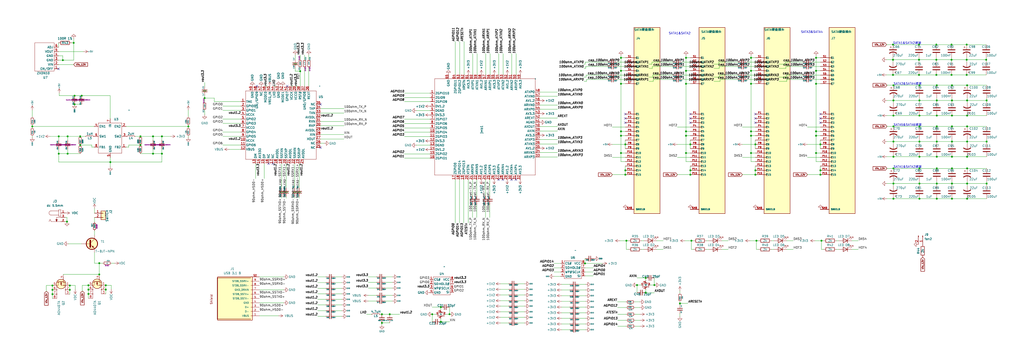
<source format=kicad_sch>
(kicad_sch (version 20230121) (generator eeschema)
  (paper "User" 599.999 210.007)
  (junction (at 30.734 170.053))
  (junction (at 363.855 49.149))
  (junction (at 523.494 116.586))
  (junction (at 557.784 50.038))
  (junction (at 442.595 99.949))
  (junction (at 228.346 184.3786))
  (junction (at 480.695 84.709))
  (junction (at 557.784 58.928))
  (junction (at 566.42 35.052))
  (junction (at 89.662 80.01))
  (junction (at 401.955 49.149))
  (junction (at 566.674 116.586))
  (junction (at 566.674 83.058))
  (junction (at 523.24 26.162))
  (junction (at 442.595 84.709))
  (junction (at 566.674 107.696))
  (junction (at 478.155 89.789))
  (junction (at 538.734 74.168))
  (junction (at 478.155 77.089))
  (junction (at 404.495 99.949))
  (junction (at 253.238 184.3786))
  (junction (at 443.23 141.224))
  (junction (at 548.894 107.696))
  (junction (at 548.894 116.586))
  (junction (at 538.734 58.928))
  (junction (at 440.055 33.909))
  (junction (at 39.624 90.17))
  (junction (at 478.155 33.909))
  (junction (at 61.976 167.386))
  (junction (at 43.688 56.134))
  (junction (at 538.48 43.942))
  (junction (at 538.734 91.948))
  (junction (at 363.855 89.789))
  (junction (at 82.296 80.01))
  (junction (at 440.055 79.629))
  (junction (at 577.85 35.052))
  (junction (at 51.816 169.926))
  (junction (at 367.03 141.224))
  (junction (at 557.53 26.162))
  (junction (at 34.417 80.01))
  (junction (at 30.734 172.593))
  (junction (at 39.624 80.01))
  (junction (at 548.894 67.818))
  (junction (at 46.99 85.09))
  (junction (at 538.734 116.586))
  (junction (at 94.869 90.17))
  (junction (at 548.64 26.162))
  (junction (at 47.879 56.134))
  (junction (at 398.399 178.054))
  (junction (at 401.955 77.089))
  (junction (at 566.674 58.928))
  (junction (at 363.855 41.529))
  (junction (at 566.42 43.942))
  (junction (at 64.643 95.123))
  (junction (at 363.855 77.089))
  (junction (at 566.674 98.806))
  (junction (at 478.155 79.629))
  (junction (at 557.784 107.696))
  (junction (at 43.18 25.146))
  (junction (at 82.296 85.09))
  (junction (at 523.494 91.948))
  (junction (at 578.104 107.696))
  (junction (at 110.363 74.168))
  (junction (at 119.888 57.531))
  (junction (at 523.494 58.928))
  (junction (at 557.53 43.942))
  (junction (at 43.688 61.214))
  (junction (at 175.895 41.783))
  (junction (at 51.816 167.386))
  (junction (at 40.894 170.053))
  (junction (at 548.64 35.052))
  (junction (at 58.166 154.432))
  (junction (at 538.48 35.052))
  (junction (at 378.333 163.068))
  (junction (at 523.494 50.038))
  (junction (at 440.055 41.529))
  (junction (at 34.417 90.17))
  (junction (at 557.784 67.818))
  (junction (at 440.055 89.789))
  (junction (at 401.955 89.789))
  (junction (at 39.243 130.048))
  (junction (at 18.923 74.168))
  (junction (at 36.83 35.306))
  (junction (at 557.784 74.168))
  (junction (at 442.595 102.489))
  (junction (at 478.155 41.529))
  (junction (at 363.855 33.909))
  (junction (at 366.395 99.949))
  (junction (at 557.784 98.806))
  (junction (at 523.494 83.058))
  (junction (at 61.976 169.926))
  (junction (at 523.24 35.052))
  (junction (at 263.398 184.3786))
  (junction (at 557.784 83.058))
  (junction (at 557.784 91.948))
  (junction (at 401.955 79.629))
  (junction (at 405.13 141.224))
  (junction (at 538.734 50.038))
  (junction (at 401.955 33.909))
  (junction (at 30.734 167.513))
  (junction (at 89.662 90.17))
  (junction (at 480.695 102.489))
  (junction (at 401.955 41.529))
  (junction (at 548.64 43.942))
  (junction (at 363.855 79.629))
  (junction (at 566.674 91.948))
  (junction (at 566.674 67.818))
  (junction (at 557.784 116.586))
  (junction (at 538.734 83.058))
  (junction (at 440.055 77.089))
  (junction (at 538.734 67.818))
  (junction (at 378.3584 171.704))
  (junction (at 548.894 98.806))
  (junction (at 548.894 83.058))
  (junction (at 480.695 99.949))
  (junction (at 223.774 189.4586))
  (junction (at 523.494 107.696))
  (junction (at 566.674 74.168))
  (junction (at 548.894 58.928))
  (junction (at 94.869 80.01))
  (junction (at 523.494 98.806))
  (junction (at 366.395 84.709))
  (junction (at 223.774 184.3786))
  (junction (at 342.773 154.559))
  (junction (at 478.155 49.149))
  (junction (at 548.894 74.168))
  (junction (at 566.674 50.038))
  (junction (at 404.495 84.709))
  (junction (at 566.42 26.162))
  (junction (at 578.104 58.928))
  (junction (at 366.395 102.489))
  (junction (at 404.495 102.489))
  (junction (at 40.894 167.513))
  (junction (at 51.816 172.466))
  (junction (at 58.166 161.036))
  (junction (at 523.494 67.818))
  (junction (at 538.734 107.696))
  (junction (at 481.33 141.224))
  (junction (at 557.53 35.052))
  (junction (at 538.48 26.162))
  (junction (at 440.055 49.149))
  (junction (at 46.99 80.01))
  (junction (at 523.494 74.168))
  (junction (at 373.253 167.259))
  (junction (at 523.24 43.942))
  (junction (at 258.3434 188.8236))
  (junction (at 258.318 180.1876))
  (junction (at 548.894 50.038))
  (junction (at 578.104 83.058))
  (junction (at 383.413 167.259))
  (junction (at 548.894 91.948))
  (junction (at 538.734 98.806))
  (no_connect (at 159.893 96.012))
  (no_connect (at 302.26 105.41))
  (no_connect (at 366.395 72.009))
  (no_connect (at 34.29 40.386))
  (no_connect (at 442.595 72.009))
  (no_connect (at 187.833 61.214))
  (no_connect (at 366.395 69.469))
  (no_connect (at 480.695 66.929))
  (no_connect (at 299.72 105.41))
  (no_connect (at 442.595 69.469))
  (no_connect (at 168.275 50.546))
  (no_connect (at 187.833 86.614))
  (no_connect (at 404.495 69.469))
  (no_connect (at 157.353 96.012))
  (no_connect (at 480.695 72.009))
  (no_connect (at 442.595 66.929))
  (no_connect (at 404.495 66.929))
  (no_connect (at 294.64 105.41))
  (no_connect (at 404.495 72.009))
  (no_connect (at 292.1 105.41))
  (no_connect (at 480.695 69.469))
  (no_connect (at 366.395 66.929))
  (no_connect (at 150.495 50.546))
  (wire (pts (xy 274.32 130.81) (xy 274.32 105.41)))
  (wire (pts (xy 523.24 43.942) (xy 538.48 43.942)))
  (wire (pts (xy 557.784 50.038) (xy 566.674 50.038)))
  (wire (pts (xy 363.855 32.639) (xy 363.855 33.909)))
  (wire (pts (xy 439.42 141.224) (xy 443.23 141.224)))
  (wire (pts (xy 404.495 94.869) (xy 401.955 94.869)))
  (wire (pts (xy 40.894 170.053) (xy 40.894 172.593)))
  (wire (pts (xy 399.415 46.609) (xy 404.495 46.609)))
  (wire (pts (xy 519.684 116.586) (xy 523.494 116.586)))
  (wire (pts (xy 343.408 44.069) (xy 356.235 44.069)))
  (wire (pts (xy 258.3434 188.8236) (xy 258.318 188.8236)))
  (wire (pts (xy 440.055 89.789) (xy 440.055 94.869)))
  (wire (pts (xy 236.982 75.057) (xy 251.968 75.057)))
  (wire (pts (xy 538.734 58.928) (xy 548.894 58.928)))
  (wire (pts (xy 175.895 32.258) (xy 175.895 34.798)))
  (wire (pts (xy 223.774 184.3786) (xy 228.346 184.3786)))
  (wire (pts (xy 442.595 94.869) (xy 440.055 94.869)))
  (wire (pts (xy 61.976 167.386) (xy 61.976 169.926)))
  (wire (pts (xy 166.243 177.673) (xy 152.019 177.673)))
  (wire (pts (xy 60.198 154.432) (xy 58.166 154.432)))
  (wire (pts (xy 538.48 35.052) (xy 548.64 35.052)))
  (wire (pts (xy 171.831 50.546) (xy 170.815 50.546)))
  (wire (pts (xy 130.556 64.77) (xy 141.097 64.77)))
  (wire (pts (xy 73.914 74.168) (xy 110.363 74.168)))
  (wire (pts (xy 342.138 40.132) (xy 343.154 40.132)))
  (wire (pts (xy 460.502 38.989) (xy 470.535 38.989)))
  (wire (pts (xy 361.315 38.989) (xy 366.395 38.989)))
  (wire (pts (xy 404.495 82.169) (xy 404.495 84.709)))
  (wire (pts (xy 418.338 37.592) (xy 421.132 37.592)))
  (wire (pts (xy 523.494 81.788) (xy 523.494 83.058)))
  (wire (pts (xy 180.975 32.258) (xy 180.975 34.798)))
  (wire (pts (xy 55.372 154.432) (xy 55.372 148.082)))
  (wire (pts (xy 548.894 107.696) (xy 557.784 107.696)))
  (wire (pts (xy 119.888 48.387) (xy 119.888 50.8)))
  (wire (pts (xy 279.527 31.496) (xy 279.527 43.688)))
  (wire (pts (xy 253.238 184.3786) (xy 253.238 188.8236)))
  (wire (pts (xy 404.495 87.249) (xy 404.495 84.709)))
  (wire (pts (xy 578.104 107.696) (xy 578.104 108.966)))
  (wire (pts (xy 343.662 46.609) (xy 356.235 46.609)))
  (wire (pts (xy 557.784 98.806) (xy 566.674 98.806)))
  (wire (pts (xy 523.494 58.928) (xy 538.734 58.928)))
  (wire (pts (xy 434.975 92.329) (xy 442.595 92.329)))
  (wire (pts (xy 481.33 146.304) (xy 482.6 146.304)))
  (wire (pts (xy 475.615 46.609) (xy 480.695 46.609)))
  (wire (pts (xy 166.243 162.433) (xy 152.019 162.433)))
  (wire (pts (xy 172.72 110.2614) (xy 172.72 96.012)))
  (wire (pts (xy 119.888 67.31) (xy 119.888 64.77)))
  (wire (pts (xy 29.337 80.01) (xy 34.417 80.01)))
  (wire (pts (xy 271.907 24.384) (xy 271.907 43.688)))
  (wire (pts (xy 557.784 107.696) (xy 557.784 106.426)))
  (wire (pts (xy 64.516 56.134) (xy 64.516 69.596)))
  (wire (pts (xy 276.86 127.635) (xy 276.86 120.015)))
  (wire (pts (xy 548.64 35.052) (xy 548.64 33.782)))
  (wire (pts (xy 363.855 89.789) (xy 363.855 94.869)))
  (wire (pts (xy 366.776 177.1396) (xy 361.823 177.1396)))
  (wire (pts (xy 523.494 116.586) (xy 538.734 116.586)))
  (wire (pts (xy 39.243 130.048) (xy 38.227 130.048)))
  (wire (pts (xy 388.62 141.224) (xy 384.81 141.224)))
  (wire (pts (xy 82.296 80.01) (xy 79.248 80.01)))
  (wire (pts (xy 229.87 176.657) (xy 225.679 176.657)))
  (wire (pts (xy 548.894 58.928) (xy 548.894 57.658)))
  (wire (pts (xy 566.42 35.052) (xy 577.85 35.052)))
  (wire (pts (xy 65.151 169.672) (xy 65.151 167.386)))
  (wire (pts (xy 48.26 167.386) (xy 48.26 170.815)))
  (wire (pts (xy 34.417 90.17) (xy 34.417 95.123)))
  (wire (pts (xy 253.238 184.3786) (xy 255.778 184.3786)))
  (wire (pts (xy 200.279 165.8112) (xy 196.088 165.8112)))
  (wire (pts (xy 44.069 169.799) (xy 44.069 167.513)))
  (wire (pts (xy 375.031 184.3786) (xy 372.11 184.3786)))
  (wire (pts (xy 333.883 166.878) (xy 329.057 166.878)))
  (wire (pts (xy 444.5 141.224) (xy 443.23 141.224)))
  (wire (pts (xy 367.03 146.304) (xy 368.3 146.304)))
  (wire (pts (xy 110.363 64.643) (xy 110.363 68.453)))
  (wire (pts (xy 478.155 33.909) (xy 478.155 41.529)))
  (wire (pts (xy 538.734 67.818) (xy 548.894 67.818)))
  (wire (pts (xy 557.53 35.052) (xy 557.53 33.782)))
  (wire (pts (xy 368.3 141.224) (xy 367.03 141.224)))
  (wire (pts (xy 65.151 167.386) (xy 61.976 167.386)))
  (wire (pts (xy 421.132 37.592) (xy 421.132 36.449)))
  (wire (pts (xy 236.982 72.517) (xy 251.968 72.517)))
  (wire (pts (xy 18.923 80.645) (xy 18.923 79.883)))
  (wire (pts (xy 200.279 185.5724) (xy 196.088 185.5724)))
  (wire (pts (xy 64.643 92.456) (xy 64.643 95.123)))
  (wire (pts (xy 480.695 82.169) (xy 480.695 84.709)))
  (wire (pts (xy 36.83 35.306) (xy 34.29 35.306)))
  (wire (pts (xy 18.923 64.643) (xy 18.923 68.453)))
  (wire (pts (xy 566.674 67.818) (xy 578.104 67.818)))
  (wire (pts (xy 557.784 58.928) (xy 557.784 57.658)))
  (wire (pts (xy 134.239 87.63) (xy 141.097 87.63)))
  (wire (pts (xy 342.138 37.592) (xy 342.9 37.592)))
  (wire (pts (xy 383.413 163.068) (xy 383.413 167.259)))
  (wire (pts (xy 380.238 37.592) (xy 382.016 37.592)))
  (wire (pts (xy 366.395 82.169) (xy 366.395 84.709)))
  (wire (pts (xy 361.823 180.4416) (xy 366.903 180.4416)))
  (wire (pts (xy 243.967 85.217) (xy 251.968 85.217)))
  (wire (pts (xy 130.556 85.09) (xy 141.097 85.09)))
  (wire (pts (xy 481.33 141.224) (xy 481.33 146.304)))
  (wire (pts (xy 234.188 184.3786) (xy 228.346 184.3786)))
  (wire (pts (xy 373.253 167.259) (xy 375.793 167.259)))
  (wire (pts (xy 378.3584 171.7548) (xy 378.3584 171.704)))
  (wire (pts (xy 519.684 58.928) (xy 523.494 58.928)))
  (wire (pts (xy 361.315 44.069) (xy 366.395 44.069)))
  (wire (pts (xy 382.524 45.212) (xy 382.524 44.069)))
  (wire (pts (xy 566.42 26.162) (xy 577.85 26.162)))
  (wire (pts (xy 44.069 167.513) (xy 40.894 167.513)))
  (wire (pts (xy 557.784 116.586) (xy 566.674 116.586)))
  (wire (pts (xy 523.494 74.168) (xy 538.734 74.168)))
  (wire (pts (xy 578.104 57.658) (xy 578.104 58.928)))
  (wire (pts (xy 566.674 98.806) (xy 578.104 98.806)))
  (wire (pts (xy 333.883 190.119) (xy 329.057 190.119)))
  (wire (pts (xy 456.438 47.752) (xy 461.01 47.752)))
  (wire (pts (xy 478.155 77.089) (xy 478.155 79.629)))
  (wire (pts (xy 523.494 57.658) (xy 523.494 58.928)))
  (wire (pts (xy 366.395 41.529) (xy 363.855 41.529)))
  (wire (pts (xy 174.371 50.546) (xy 173.355 50.546)))
  (wire (pts (xy 236.982 92.837) (xy 251.968 92.837)))
  (wire (pts (xy 378.3584 171.704) (xy 378.333 171.704)))
  (wire (pts (xy 442.595 49.149) (xy 440.055 49.149)))
  (wire (pts (xy 460.248 37.592) (xy 460.248 36.449)))
  (wire (pts (xy 43.18 35.306) (xy 43.18 25.146)))
  (wire (pts (xy 284.607 31.496) (xy 284.607 43.688)))
  (wire (pts (xy 538.734 60.198) (xy 538.734 58.928)))
  (wire (pts (xy 399.415 38.989) (xy 404.495 38.989)))
  (wire (pts (xy 380.238 47.752) (xy 382.778 47.752)))
  (wire (pts (xy 421.386 40.132) (xy 421.386 38.989)))
  (wire (pts (xy 421.894 47.752) (xy 421.894 46.609)))
  (wire (pts (xy 167.64 110.2614) (xy 167.64 96.012)))
  (wire (pts (xy 58.166 161.036) (xy 37.084 161.036)))
  (wire (pts (xy 200.279 178.943) (xy 196.088 178.943)))
  (wire (pts (xy 399.415 36.449) (xy 404.495 36.449)))
  (wire (pts (xy 342.138 47.752) (xy 343.662 47.752)))
  (wire (pts (xy 491.49 146.304) (xy 490.22 146.304)))
  (wire (pts (xy 178.435 39.878) (xy 178.435 50.546)))
  (wire (pts (xy 404.495 99.949) (xy 404.495 102.489)))
  (wire (pts (xy 566.674 83.058) (xy 566.674 81.788)))
  (wire (pts (xy 53.848 86.36) (xy 53.848 85.09)))
  (wire (pts (xy 380.238 45.212) (xy 382.524 45.212)))
  (wire (pts (xy 343.154 183.4896) (xy 338.963 183.4896)))
  (wire (pts (xy 548.894 58.928) (xy 557.784 58.928)))
  (wire (pts (xy 566.674 58.928) (xy 566.674 60.198)))
  (wire (pts (xy 382.524 44.069) (xy 394.335 44.069)))
  (wire (pts (xy 201.549 81.534) (xy 187.833 81.534)))
  (wire (pts (xy 324.612 162.179) (xy 328.549 162.179)))
  (wire (pts (xy 401.955 89.789) (xy 404.495 89.789)))
  (wire (pts (xy 523.494 50.038) (xy 538.734 50.038)))
  (wire (pts (xy 378.333 169.799) (xy 378.3584 171.704)))
  (wire (pts (xy 519.684 107.696) (xy 523.494 107.696)))
  (wire (pts (xy 375.031 191.3636) (xy 372.11 191.3636)))
  (wire (pts (xy 382.778 47.752) (xy 382.778 46.609)))
  (wire (pts (xy 415.29 141.224) (xy 414.02 141.224)))
  (wire (pts (xy 523.24 26.162) (xy 538.48 26.162)))
  (wire (pts (xy 200.279 175.641) (xy 196.088 175.641)))
  (wire (pts (xy 55.118 86.36) (xy 53.848 86.36)))
  (wire (pts (xy 401.955 79.629) (xy 401.955 89.789)))
  (wire (pts (xy 418.338 47.752) (xy 421.894 47.752)))
  (wire (pts (xy 478.155 41.529) (xy 478.155 49.149)))
  (wire (pts (xy 223.774 190.6016) (xy 223.774 189.4586)))
  (wire (pts (xy 523.494 98.806) (xy 538.734 98.806)))
  (wire (pts (xy 434.975 74.549) (xy 442.595 74.549)))
  (wire (pts (xy 403.098 178.054) (xy 398.399 178.054)))
  (wire (pts (xy 229.87 162.433) (xy 225.679 162.433)))
  (wire (pts (xy 538.734 108.966) (xy 538.734 107.696)))
  (wire (pts (xy 367.03 141.224) (xy 367.03 146.304)))
  (wire (pts (xy 480.695 102.489) (xy 473.075 102.489)))
  (wire (pts (xy 58.166 154.432) (xy 55.372 154.432)))
  (wire (pts (xy 442.595 82.169) (xy 442.595 84.709)))
  (wire (pts (xy 366.395 94.869) (xy 363.855 94.869)))
  (wire (pts (xy 557.784 91.948) (xy 566.674 91.948)))
  (wire (pts (xy 34.417 80.01) (xy 39.624 80.01)))
  (wire (pts (xy 46.99 80.01) (xy 50.038 80.01)))
  (wire (pts (xy 333.883 193.421) (xy 329.057 193.421)))
  (wire (pts (xy 18.923 74.168) (xy 55.118 74.168)))
  (wire (pts (xy 279.4 105.41) (xy 279.4 114.935)))
  (wire (pts (xy 39.243 127.508) (xy 39.243 130.048)))
  (wire (pts (xy 43.688 61.214) (xy 47.879 61.214)))
  (wire (pts (xy 34.417 82.423) (xy 34.417 80.01)))
  (wire (pts (xy 39.624 90.17) (xy 46.99 90.17)))
  (wire (pts (xy 18.923 73.533) (xy 18.923 74.168)))
  (wire (pts (xy 333.883 180.1876) (xy 329.057 180.1876)))
  (wire (pts (xy 172.974 41.783) (xy 175.895 41.783)))
  (wire (pts (xy 89.662 80.01) (xy 82.296 80.01)))
  (wire (pts (xy 363.855 77.089) (xy 366.395 77.089)))
  (wire (pts (xy 373.253 167.259) (xy 373.253 171.704)))
  (wire (pts (xy 442.595 102.489) (xy 434.975 102.489)))
  (wire (pts (xy 401.955 89.789) (xy 401.955 94.869)))
  (wire (pts (xy 58.166 161.036) (xy 58.166 154.432)))
  (wire (pts (xy 363.855 33.909) (xy 366.395 33.909)))
  (wire (pts (xy 269.367 24.384) (xy 269.367 43.688)))
  (wire (pts (xy 442.595 87.249) (xy 442.595 84.709)))
  (wire (pts (xy 326.644 56.515) (xy 316.357 56.515)))
  (wire (pts (xy 220.599 165.735) (xy 215.773 165.735)))
  (wire (pts (xy 366.395 84.709) (xy 366.395 87.249)))
  (wire (pts (xy 43.18 37.846) (xy 34.29 37.846)))
  (wire (pts (xy 39.624 80.01) (xy 46.99 80.01)))
  (wire (pts (xy 167.64 116.332) (xy 167.64 115.3414)))
  (wire (pts (xy 578.104 58.928) (xy 578.104 60.198)))
  (wire (pts (xy 110.363 80.645) (xy 110.363 79.883)))
  (wire (pts (xy 548.64 35.052) (xy 557.53 35.052)))
  (wire (pts (xy 538.48 35.052) (xy 538.48 33.782)))
  (wire (pts (xy 200.279 172.4406) (xy 196.088 172.4406)))
  (wire (pts (xy 34.29 25.146) (xy 34.29 27.686)))
  (wire (pts (xy 405.13 146.304) (xy 406.4 146.304)))
  (wire (pts (xy 437.515 46.609) (xy 442.595 46.609)))
  (wire (pts (xy 94.869 80.01) (xy 89.662 80.01)))
  (wire (pts (xy 538.734 74.168) (xy 548.894 74.168)))
  (wire (pts (xy 333.883 170.18) (xy 329.057 170.18)))
  (wire (pts (xy 548.64 36.322) (xy 548.64 35.052)))
  (wire (pts (xy 396.875 84.709) (xy 404.495 84.709)))
  (wire (pts (xy 378.3584 163.068) (xy 378.333 164.719)))
  (wire (pts (xy 61.976 169.926) (xy 61.976 172.466)))
  (wire (pts (xy 326.644 61.595) (xy 316.357 61.595)))
  (wire (pts (xy 307.34 179.6034) (xy 303.149 179.6034)))
  (wire (pts (xy 566.674 107.696) (xy 566.674 106.426)))
  (wire (pts (xy 363.855 79.629) (xy 366.395 79.629)))
  (wire (pts (xy 30.734 172.593) (xy 30.734 175.133)))
  (wire (pts (xy 258.318 180.1876) (xy 258.3434 180.1876)))
  (wire (pts (xy 326.644 84.455) (xy 316.357 84.455)))
  (wire (pts (xy 383.4384 171.7548) (xy 378.3584 171.7548)))
  (wire (pts (xy 130.556 72.39) (xy 141.097 72.39)))
  (wire (pts (xy 324.5358 154.559) (xy 328.549 154.559)))
  (wire (pts (xy 191.008 165.8112) (xy 186.182 165.8112)))
  (wire (pts (xy 358.775 74.549) (xy 366.395 74.549)))
  (wire (pts (xy 538.48 43.942) (xy 548.64 43.942)))
  (wire (pts (xy 374.904 180.4416) (xy 371.983 180.4416)))
  (wire (pts (xy 548.894 116.586) (xy 557.784 116.586)))
  (wire (pts (xy 538.48 26.162) (xy 548.64 26.162)))
  (wire (pts (xy 130.556 80.01) (xy 141.097 80.01)))
  (wire (pts (xy 236.982 77.597) (xy 251.968 77.597)))
  (wire (pts (xy 343.662 47.752) (xy 343.662 46.609)))
  (wire (pts (xy 361.315 46.609) (xy 366.395 46.609)))
  (wire (pts (xy 578.104 106.426) (xy 578.104 107.696)))
  (wire (pts (xy 307.34 176.403) (xy 303.149 176.403)))
  (wire (pts (xy 36.83 32.766) (xy 34.29 32.766)))
  (wire (pts (xy 548.894 107.696) (xy 548.894 106.426)))
  (wire (pts (xy 401.955 41.529) (xy 401.955 49.149)))
  (wire (pts (xy 523.494 83.058) (xy 538.734 83.058)))
  (wire (pts (xy 478.155 32.639) (xy 478.155 33.909)))
  (wire (pts (xy 48.8442 30.226) (xy 34.29 30.226)))
  (wire (pts (xy 39.624 87.503) (xy 39.624 90.17)))
  (wire (pts (xy 175.26 116.332) (xy 175.26 115.3414)))
  (wire (pts (xy 421.64 45.212) (xy 421.64 44.069)))
  (wire (pts (xy 480.695 87.249) (xy 480.695 84.709)))
  (wire (pts (xy 363.22 141.224) (xy 367.03 141.224)))
  (wire (pts (xy 191.008 178.943) (xy 186.182 178.943)))
  (wire (pts (xy 363.855 41.529) (xy 363.855 49.149)))
  (wire (pts (xy 333.883 183.4896) (xy 329.057 183.4896)))
  (wire (pts (xy 566.674 50.038) (xy 578.104 50.038)))
  (wire (pts (xy 201.549 73.787) (xy 187.833 73.787)))
  (wire (pts (xy 363.855 89.789) (xy 366.395 89.789)))
  (wire (pts (xy 333.883 173.482) (xy 329.057 173.482)))
  (wire (pts (xy 178.435 32.258) (xy 178.435 34.798)))
  (wire (pts (xy 34.417 95.123) (xy 64.643 95.123)))
  (wire (pts (xy 51.816 172.466) (xy 51.816 175.006)))
  (wire (pts (xy 37.084 161.036) (xy 37.084 161.163)))
  (wire (pts (xy 189.9666 84.074) (xy 187.833 84.074)))
  (wire (pts (xy 401.955 77.089) (xy 401.955 79.629)))
  (wire (pts (xy 130.556 69.85) (xy 141.097 69.85)))
  (wire (pts (xy 566.674 116.586) (xy 578.104 116.586)))
  (wire (pts (xy 383.413 167.259) (xy 380.873 167.259)))
  (wire (pts (xy 421.64 44.069) (xy 432.435 44.069)))
  (wire (pts (xy 307.34 186.2328) (xy 303.149 186.2328)))
  (wire (pts (xy 401.955 79.629) (xy 404.495 79.629)))
  (wire (pts (xy 343.154 40.132) (xy 343.154 38.989)))
  (wire (pts (xy 266.827 24.384) (xy 266.827 43.688)))
  (wire (pts (xy 200.279 182.2704) (xy 196.088 182.2704)))
  (wire (pts (xy 460.756 45.212) (xy 460.756 44.069)))
  (wire (pts (xy 165.1 116.332) (xy 165.1 115.3414)))
  (wire (pts (xy 548.894 83.058) (xy 557.784 83.058)))
  (wire (pts (xy 89.662 82.423) (xy 89.662 80.01)))
  (wire (pts (xy 456.438 45.212) (xy 460.756 45.212)))
  (wire (pts (xy 175.895 41.783) (xy 175.895 39.878)))
  (wire (pts (xy 326.644 74.295) (xy 316.357 74.295)))
  (wire (pts (xy 538.734 98.806) (xy 548.894 98.806)))
  (wire (pts (xy 478.155 89.789) (xy 478.155 94.869)))
  (wire (pts (xy 326.644 76.835) (xy 316.357 76.835)))
  (wire (pts (xy 343.154 176.8856) (xy 338.963 176.8856)))
  (wire (pts (xy 110.363 73.533) (xy 110.363 74.168)))
  (wire (pts (xy 502.92 146.304) (xy 499.11 146.304)))
  (wire (pts (xy 538.48 36.322) (xy 538.48 35.052)))
  (wire (pts (xy 343.154 190.119) (xy 338.963 190.119)))
  (wire (pts (xy 326.644 69.215) (xy 316.357 69.215)))
  (wire (pts (xy 475.615 36.449) (xy 480.695 36.449)))
  (wire (pts (xy 361.95 187.9346) (xy 367.03 187.9346)))
  (wire (pts (xy 566.674 107.696) (xy 578.104 107.696)))
  (wire (pts (xy 217.678 184.3786) (xy 214.757 184.3786)))
  (wire (pts (xy 358.775 102.489) (xy 366.395 102.489)))
  (wire (pts (xy 475.615 44.069) (xy 480.695 44.069)))
  (wire (pts (xy 442.595 97.409) (xy 442.595 99.949)))
  (wire (pts (xy 75.438 85.09) (xy 82.296 85.09)))
  (wire (pts (xy 519.43 43.942) (xy 523.24 43.942)))
  (wire (pts (xy 577.85 33.782) (xy 577.85 35.052)))
  (wire (pts (xy 279.4 127.635) (xy 279.4 120.015)))
  (wire (pts (xy 292.227 31.496) (xy 292.227 43.688)))
  (wire (pts (xy 347.6498 157.099) (xy 342.773 157.099)))
  (wire (pts (xy 426.72 141.224) (xy 422.91 141.224)))
  (wire (pts (xy 149.733 104.775) (xy 149.733 96.012)))
  (wire (pts (xy 548.64 43.942) (xy 557.53 43.942)))
  (wire (pts (xy 302.387 31.496) (xy 302.387 43.688)))
  (wire (pts (xy 434.975 84.709) (xy 442.595 84.709)))
  (wire (pts (xy 453.39 141.224) (xy 452.12 141.224)))
  (wire (pts (xy 404.495 41.529) (xy 401.955 41.529)))
  (wire (pts (xy 557.53 36.322) (xy 557.53 35.052)))
  (wire (pts (xy 366.395 49.149) (xy 363.855 49.149)))
  (wire (pts (xy 396.875 92.329) (xy 404.495 92.329)))
  (wire (pts (xy 263.398 180.1876) (xy 263.398 184.3786)))
  (wire (pts (xy 34.671 54.61) (xy 34.671 56.134)))
  (wire (pts (xy 38.227 127.508) (xy 39.243 127.508)))
  (wire (pts (xy 299.847 31.496) (xy 299.847 43.688)))
  (wire (pts (xy 284.48 127.635) (xy 284.48 120.015)))
  (wire (pts (xy 519.684 67.818) (xy 523.494 67.818)))
  (wire (pts (xy 578.104 81.788) (xy 578.104 83.058)))
  (wire (pts (xy 401.955 77.089) (xy 404.495 77.089)))
  (wire (pts (xy 161.671 50.546) (xy 160.655 50.546)))
  (wire (pts (xy 269.24 130.81) (xy 269.24 105.41)))
  (wire (pts (xy 229.87 165.735) (xy 225.679 165.735)))
  (wire (pts (xy 440.055 77.089) (xy 442.595 77.089)))
  (wire (pts (xy 119.888 57.531) (xy 119.888 59.69)))
  (wire (pts (xy 258.318 186.9186) (xy 258.3434 188.8236)))
  (wire (pts (xy 186.182 162.5092) (xy 191.008 162.5092)))
  (wire (pts (xy 478.155 33.909) (xy 480.695 33.909)))
  (wire (pts (xy 55.372 127.635) (xy 55.372 130.302)))
  (wire (pts (xy 523.494 83.058) (xy 523.494 84.328)))
  (wire (pts (xy 94.869 80.01) (xy 99.949 80.01)))
  (wire (pts (xy 125.603 59.69) (xy 125.603 57.531)))
  (wire (pts (xy 566.42 43.942) (xy 577.85 43.942)))
  (wire (pts (xy 244.094 64.897) (xy 251.968 64.897)))
  (wire (pts (xy 40.132 143.002) (xy 47.752 143.002)))
  (wire (pts (xy 175.26 110.2614) (xy 175.26 96.012)))
  (wire (pts (xy 460.502 40.132) (xy 460.502 38.989)))
  (wire (pts (xy 34.417 87.503) (xy 34.417 90.17)))
  (wire (pts (xy 89.662 90.17) (xy 94.869 90.17)))
  (wire (pts (xy 298.069 173.101) (xy 293.243 173.101)))
  (wire (pts (xy 473.075 84.709) (xy 480.695 84.709)))
  (wire (pts (xy 382.016 36.449) (xy 394.335 36.449)))
  (wire (pts (xy 456.438 40.132) (xy 460.502 40.132)))
  (wire (pts (xy 236.982 90.297) (xy 251.968 90.297)))
  (wire (pts (xy 343.154 166.878) (xy 338.963 166.878)))
  (wire (pts (xy 519.684 74.168) (xy 523.494 74.168)))
  (wire (pts (xy 566.42 35.052) (xy 566.42 33.782)))
  (wire (pts (xy 287.02 105.41) (xy 287.02 114.935)))
  (wire (pts (xy 343.027 151.765) (xy 342.773 151.765)))
  (wire (pts (xy 440.055 33.909) (xy 442.595 33.909)))
  (wire (pts (xy 478.155 77.089) (xy 480.695 77.089)))
  (wire (pts (xy 523.494 107.696) (xy 523.494 108.966)))
  (wire (pts (xy 30.734 167.513) (xy 30.734 170.053)))
  (wire (pts (xy 358.775 92.329) (xy 366.395 92.329)))
  (wire (pts (xy 201.549 66.294) (xy 187.833 66.294)))
  (wire (pts (xy 382.016 37.592) (xy 382.016 36.449)))
  (wire (pts (xy 347.599 161.925) (xy 342.773 161.925)))
  (wire (pts (xy 566.42 35.052) (xy 566.42 36.322)))
  (wire (pts (xy 236.982 57.277) (xy 251.968 57.277)))
  (wire (pts (xy 478.155 89.789) (xy 480.695 89.789)))
  (wire (pts (xy 557.784 74.168) (xy 566.674 74.168)))
  (wire (pts (xy 27.178 167.513) (xy 27.178 170.942)))
  (wire (pts (xy 442.595 41.529) (xy 440.055 41.529)))
  (wire (pts (xy 396.875 74.549) (xy 404.495 74.549)))
  (wire (pts (xy 172.72 116.332) (xy 172.72 115.3414)))
  (wire (pts (xy 236.982 59.69) (xy 251.968 59.69)))
  (wire (pts (xy 156.591 50.546) (xy 155.575 50.546)))
  (wire (pts (xy 172.974 41.783) (xy 172.974 40.005)))
  (wire (pts (xy 200.279 162.5092) (xy 196.088 162.5092)))
  (wire (pts (xy 405.13 141.224) (xy 405.13 146.304)))
  (wire (pts (xy 236.982 80.137) (xy 251.968 80.137)))
  (wire (pts (xy 125.603 57.531) (xy 119.888 57.531)))
  (wire (pts (xy 36.83 35.306) (xy 36.83 32.766)))
  (wire (pts (xy 437.515 36.449) (xy 442.595 36.449)))
  (wire (pts (xy 94.869 82.423) (xy 94.869 80.01)))
  (wire (pts (xy 404.495 49.149) (xy 401.955 49.149)))
  (wire (pts (xy 443.23 141.224) (xy 443.23 146.304)))
  (wire (pts (xy 342.773 154.559) (xy 352.9838 154.559)))
  (wire (pts (xy 548.894 108.966) (xy 548.894 107.696)))
  (wire (pts (xy 41.91 25.146) (xy 43.18 25.146)))
  (wire (pts (xy 220.599 162.433) (xy 215.773 162.433)))
  (wire (pts (xy 307.34 182.9054) (xy 303.149 182.9054)))
  (wire (pts (xy 47.879 56.134) (xy 64.516 56.134)))
  (wire (pts (xy 461.01 46.609) (xy 470.535 46.609)))
  (wire (pts (xy 382.778 46.609) (xy 394.335 46.609)))
  (wire (pts (xy 548.894 74.168) (xy 557.784 74.168)))
  (wire (pts (xy 473.075 74.549) (xy 480.695 74.549)))
  (wire (pts (xy 440.055 77.089) (xy 440.055 79.629)))
  (wire (pts (xy 566.674 107.696) (xy 566.674 108.966)))
  (wire (pts (xy 464.82 141.224) (xy 461.01 141.224)))
  (wire (pts (xy 491.49 141.224) (xy 490.22 141.224)))
  (wire (pts (xy 343.408 45.212) (xy 343.408 44.069)))
  (wire (pts (xy 276.987 31.496) (xy 276.987 43.688)))
  (wire (pts (xy 548.894 98.806) (xy 557.784 98.806)))
  (wire (pts (xy 166.243 170.053) (xy 152.019 170.053)))
  (wire (pts (xy 307.34 189.5348) (xy 303.149 189.5348)))
  (wire (pts (xy 326.644 64.135) (xy 316.357 64.135)))
  (wire (pts (xy 548.894 67.818) (xy 557.784 67.818)))
  (wire (pts (xy 406.4 141.224) (xy 405.13 141.224)))
  (wire (pts (xy 577.85 35.052) (xy 577.85 36.322)))
  (wire (pts (xy 366.395 102.489) (xy 366.395 99.949)))
  (wire (pts (xy 191.008 172.4406) (xy 186.182 172.4406)))
  (wire (pts (xy 201.549 63.754) (xy 187.833 63.754)))
  (wire (pts (xy 548.894 50.038) (xy 557.784 50.038)))
  (wire (pts (xy 73.914 86.36) (xy 75.438 86.36)))
  (wire (pts (xy 343.154 180.1876) (xy 338.963 180.1876)))
  (wire (pts (xy 343.154 186.7916) (xy 338.963 186.7916)))
  (wire (pts (xy 442.595 99.949) (xy 442.595 102.489)))
  (wire (pts (xy 191.008 185.5724) (xy 186.182 185.5724)))
  (wire (pts (xy 51.816 167.386) (xy 51.816 169.926)))
  (wire (pts (xy 298.069 179.6034) (xy 293.243 179.6034)))
  (wire (pts (xy 440.055 33.909) (xy 440.055 41.529)))
  (wire (pts (xy 191.008 175.641) (xy 186.182 175.641)))
  (wire (pts (xy 538.734 116.586) (xy 548.894 116.586)))
  (wire (pts (xy 343.154 173.482) (xy 338.963 173.482)))
  (wire (pts (xy 401.955 33.909) (xy 401.955 41.529)))
  (wire (pts (xy 557.784 84.328) (xy 557.784 83.058)))
  (wire (pts (xy 200.279 169.1386) (xy 196.088 169.1386)))
  (wire (pts (xy 557.784 58.928) (xy 566.674 58.928)))
  (wire (pts (xy 363.855 79.629) (xy 363.855 89.789)))
  (wire (pts (xy 557.784 107.696) (xy 566.674 107.696)))
  (wire (pts (xy 294.767 31.496) (xy 294.767 43.688)))
  (wire (pts (xy 307.34 166.4716) (xy 303.149 166.4716)))
  (wire (pts (xy 366.395 97.409) (xy 366.395 99.949)))
  (wire (pts (xy 566.674 58.928) (xy 566.674 57.658)))
  (wire (pts (xy 154.813 104.775) (xy 154.813 96.012)))
  (wire (pts (xy 398.399 178.054) (xy 398.399 177.038)))
  (wire (pts (xy 523.494 107.696) (xy 538.734 107.696)))
  (wire (pts (xy 475.615 38.989) (xy 480.695 38.989)))
  (wire (pts (xy 415.29 146.304) (xy 414.02 146.304)))
  (wire (pts (xy 287.147 31.496) (xy 287.147 43.688)))
  (wire (pts (xy 43.18 22.606) (xy 43.18 25.146)))
  (wire (pts (xy 220.599 173.355) (xy 215.773 173.355)))
  (wire (pts (xy 374.777 177.1396) (xy 371.856 177.1396)))
  (wire (pts (xy 220.599 169.037) (xy 215.773 169.037)))
  (wire (pts (xy 39.624 82.423) (xy 39.624 80.01)))
  (wire (pts (xy 538.734 91.948) (xy 548.894 91.948)))
  (wire (pts (xy 523.24 35.052) (xy 538.48 35.052)))
  (wire (pts (xy 94.869 90.17) (xy 94.869 95.123)))
  (wire (pts (xy 363.855 77.089) (xy 363.855 79.629)))
  (wire (pts (xy 130.556 62.23) (xy 141.097 62.23)))
  (wire (pts (xy 175.895 41.783) (xy 175.895 50.546)))
  (wire (pts (xy 566.674 83.058) (xy 566.674 84.328)))
  (wire (pts (xy 363.855 33.909) (xy 363.855 41.529)))
  (wire (pts (xy 342.138 45.212) (xy 343.408 45.212)))
  (wire (pts (xy 298.069 166.4716) (xy 293.243 166.4716)))
  (wire (pts (xy 557.53 26.162) (xy 566.42 26.162)))
  (wire (pts (xy 548.894 91.948) (xy 557.784 91.948)))
  (wire (pts (xy 548.894 84.328) (xy 548.894 83.058)))
  (wire (pts (xy 64.643 95.123) (xy 64.643 97.79)))
  (wire (pts (xy 404.495 102.489) (xy 396.875 102.489)))
  (wire (pts (xy 538.734 83.058) (xy 548.894 83.058)))
  (wire (pts (xy 229.87 173.355) (xy 225.679 173.355)))
  (wire (pts (xy 538.734 107.696) (xy 548.894 107.696)))
  (wire (pts (xy 418.338 45.212) (xy 421.64 45.212)))
  (wire (pts (xy 110.363 74.168) (xy 110.363 74.803)))
  (wire (pts (xy 55.372 135.382) (xy 55.372 137.922)))
  (wire (pts (xy 326.644 53.975) (xy 316.357 53.975)))
  (wire (pts (xy 67.056 154.432) (xy 65.278 154.432)))
  (wire (pts (xy 388.62 146.304) (xy 384.81 146.304)))
  (wire (pts (xy 263.398 184.3786) (xy 260.858 184.3786)))
  (wire (pts (xy 293.243 189.5348) (xy 298.069 189.5348)))
  (wire (pts (xy 380.238 40.132) (xy 382.27 40.132)))
  (wire (pts (xy 440.055 41.529) (xy 440.055 49.149)))
  (wire (pts (xy 343.154 170.18) (xy 338.963 170.18)))
  (wire (pts (xy 229.87 169.037) (xy 225.679 169.037)))
  (wire (pts (xy 375.031 187.9346) (xy 372.11 187.9346)))
  (wire (pts (xy 236.982 69.977) (xy 251.968 69.977)))
  (wire (pts (xy 460.756 44.069) (xy 470.535 44.069)))
  (wire (pts (xy 333.883 186.7916) (xy 329.057 186.7916)))
  (wire (pts (xy 557.53 43.942) (xy 566.42 43.942)))
  (wire (pts (xy 258.3434 180.1876) (xy 258.318 181.8386)))
  (wire (pts (xy 43.688 56.134) (xy 47.879 56.134)))
  (wire (pts (xy 482.6 141.224) (xy 481.33 141.224)))
  (wire (pts (xy 53.848 85.09) (xy 46.99 85.09)))
  (wire (pts (xy 480.695 97.409) (xy 480.695 99.949)))
  (wire (pts (xy 307.34 173.101) (xy 303.149 173.101)))
  (wire (pts (xy 440.055 79.629) (xy 442.595 79.629)))
  (wire (pts (xy 519.684 83.058) (xy 523.494 83.058)))
  (wire (pts (xy 566.674 83.058) (xy 578.104 83.058)))
  (wire (pts (xy 478.155 49.149) (xy 478.155 77.089)))
  (wire (pts (xy 378.333 163.068) (xy 378.3584 163.068)))
  (wire (pts (xy 421.386 38.989) (xy 432.435 38.989)))
  (wire (pts (xy 523.494 67.818) (xy 538.734 67.818)))
  (wire (pts (xy 502.92 141.224) (xy 499.11 141.224)))
  (wire (pts (xy 398.399 170.688) (xy 398.399 171.958)))
  (wire (pts (xy 276.86 105.41) (xy 276.86 114.935)))
  (wire (pts (xy 263.4234 188.8744) (xy 258.3434 188.8744)))
  (wire (pts (xy 333.883 176.8856) (xy 329.057 176.8856)))
  (wire (pts (xy 399.415 44.069) (xy 404.495 44.069)))
  (wire (pts (xy 548.894 60.198) (xy 548.894 58.928)))
  (wire (pts (xy 519.684 98.806) (xy 523.494 98.806)))
  (wire (pts (xy 191.008 169.1386) (xy 186.182 169.1386)))
  (wire (pts (xy 223.774 184.3786) (xy 222.758 184.3786)))
  (wire (pts (xy 440.055 89.789) (xy 442.595 89.789)))
  (wire (pts (xy 266.7 130.81) (xy 266.7 105.41)))
  (wire (pts (xy 398.399 185.674) (xy 398.399 184.023)))
  (wire (pts (xy 326.644 81.915) (xy 316.357 81.915)))
  (wire (pts (xy 398.399 178.943) (xy 398.399 178.054)))
  (wire (pts (xy 566.674 74.168) (xy 578.104 74.168)))
  (wire (pts (xy 377.19 146.304) (xy 375.92 146.304)))
  (wire (pts (xy 538.734 84.328) (xy 538.734 83.058)))
  (wire (pts (xy 440.055 79.629) (xy 440.055 89.789)))
  (wire (pts (xy 557.784 83.058) (xy 557.784 81.788)))
  (wire (pts (xy 172.974 32.258) (xy 172.974 34.925)))
  (wire (pts (xy 377.19 141.224) (xy 375.92 141.224)))
  (wire (pts (xy 342.9 36.449) (xy 356.235 36.449)))
  (wire (pts (xy 347.599 159.639) (xy 342.773 159.639)))
  (wire (pts (xy 298.069 169.7736) (xy 293.243 169.7736)))
  (wire (pts (xy 477.52 141.224) (xy 481.33 141.224)))
  (wire (pts (xy 119.888 55.88) (xy 119.888 57.531)))
  (wire (pts (xy 342.773 151.765) (xy 342.773 154.559)))
  (wire (pts (xy 480.695 99.949) (xy 480.695 102.489)))
  (wire (pts (xy 538.734 107.696) (xy 538.734 106.426)))
  (wire (pts (xy 75.438 86.36) (xy 75.438 85.09)))
  (wire (pts (xy 437.515 38.989) (xy 442.595 38.989)))
  (wire (pts (xy 557.784 67.818) (xy 566.674 67.818)))
  (wire (pts (xy 94.869 87.503) (xy 94.869 90.17)))
  (wire (pts (xy 443.23 146.304) (xy 444.5 146.304)))
  (wire (pts (xy 361.95 191.3636) (xy 367.03 191.3636)))
  (wire (pts (xy 34.671 56.134) (xy 43.688 56.134)))
  (wire (pts (xy 464.82 146.304) (xy 461.01 146.304)))
  (wire (pts (xy 401.955 49.149) (xy 401.955 77.089)))
  (wire (pts (xy 478.155 79.629) (xy 480.695 79.629)))
  (wire (pts (xy 163.195 185.293) (xy 152.019 185.293)))
  (wire (pts (xy 307.34 169.7736) (xy 303.149 169.7736)))
  (wire (pts (xy 343.154 38.989) (xy 356.235 38.989)))
  (wire (pts (xy 473.075 92.329) (xy 480.695 92.329)))
  (wire (pts (xy 418.338 40.132) (xy 421.386 40.132)))
  (wire (pts (xy 538.734 58.928) (xy 538.734 57.658)))
  (wire (pts (xy 548.64 26.162) (xy 557.53 26.162)))
  (wire (pts (xy 523.494 58.928) (xy 523.494 60.198)))
  (wire (pts (xy 125.603 59.69) (xy 141.097 59.69)))
  (wire (pts (xy 191.008 182.2704) (xy 186.182 182.2704)))
  (wire (pts (xy 165.1 110.2614) (xy 165.1 96.012)))
  (wire (pts (xy 373.2276 163.068) (xy 378.333 163.068)))
  (wire (pts (xy 326.644 89.535) (xy 316.357 89.535)))
  (wire (pts (xy 456.438 37.592) (xy 460.248 37.592)))
  (wire (pts (xy 34.417 90.17) (xy 39.624 90.17)))
  (wire (pts (xy 326.644 92.075) (xy 316.357 92.075)))
  (wire (pts (xy 55.372 122.301) (xy 55.372 125.095)))
  (wire (pts (xy 130.556 77.47) (xy 141.097 77.47)))
  (wire (pts (xy 342.9 37.592) (xy 342.9 36.449)))
  (wire (pts (xy 343.154 193.421) (xy 338.963 193.421)))
  (wire (pts (xy 94.869 95.123) (xy 64.643 95.123)))
  (wire (pts (xy 361.315 36.449) (xy 366.395 36.449)))
  (wire (pts (xy 401.955 32.639) (xy 401.955 33.909)))
  (wire (pts (xy 404.495 97.409) (xy 404.495 99.949)))
  (wire (pts (xy 223.774 189.4586) (xy 228.346 189.4586)))
  (wire (pts (xy 557.784 83.058) (xy 566.674 83.058)))
  (wire (pts (xy 523.24 33.782) (xy 523.24 35.052)))
  (wire (pts (xy 557.53 35.052) (xy 566.42 35.052)))
  (wire (pts (xy 363.855 49.149) (xy 363.855 77.089)))
  (wire (pts (xy 51.816 169.926) (xy 51.816 172.466)))
  (wire (pts (xy 324.612 157.099) (xy 328.549 157.099)))
  (wire (pts (xy 30.734 170.053) (xy 30.734 172.593)))
  (wire (pts (xy 566.674 91.948) (xy 578.104 91.948)))
  (wire (pts (xy 18.923 74.168) (xy 18.923 74.803)))
  (wire (pts (xy 437.515 44.069) (xy 442.595 44.069)))
  (wire (pts (xy 480.695 94.869) (xy 478.155 94.869)))
  (wire (pts (xy 548.894 83.058) (xy 548.894 81.788)))
  (wire (pts (xy 287.02 127.635) (xy 287.02 120.015)))
  (wire (pts (xy 201.549 78.994) (xy 187.833 78.994)))
  (wire (pts (xy 538.734 83.058) (xy 538.734 81.788)))
  (wire (pts (xy 324.612 159.639) (xy 328.549 159.639)))
  (wire (pts (xy 382.27 38.989) (xy 394.335 38.989)))
  (wire (pts (xy 440.055 49.149) (xy 440.055 77.089)))
  (wire (pts (xy 519.43 35.052) (xy 523.24 35.052)))
  (wire (pts (xy 180.975 39.878) (xy 180.975 50.546)))
  (wire (pts (xy 82.296 90.17) (xy 89.662 90.17)))
  (wire (pts (xy 421.132 36.449) (xy 432.435 36.449)))
  (wire (pts (xy 519.684 91.948) (xy 523.494 91.948)))
  (wire (pts (xy 89.662 87.503) (xy 89.662 90.17)))
  (wire (pts (xy 480.695 49.149) (xy 478.155 49.149)))
  (wire (pts (xy 519.43 26.162) (xy 523.24 26.162)))
  (wire (pts (xy 298.069 182.9054) (xy 293.243 182.9054)))
  (wire (pts (xy 566.674 58.928) (xy 578.104 58.928)))
  (wire (pts (xy 43.18 35.306) (xy 36.83 35.306)))
  (wire (pts (xy 519.684 50.038) (xy 523.494 50.038)))
  (wire (pts (xy 258.3434 188.8744) (xy 258.3434 188.8236)))
  (wire (pts (xy 48.26 167.386) (xy 51.816 167.386)))
  (wire (pts (xy 557.784 108.966) (xy 557.784 107.696)))
  (wire (pts (xy 557.784 60.198) (xy 557.784 58.928)))
  (wire (pts (xy 293.243 186.2328) (xy 298.069 186.2328)))
  (wire (pts (xy 523.24 35.052) (xy 523.24 36.322)))
  (wire (pts (xy 40.894 167.513) (xy 40.894 170.053)))
  (wire (pts (xy 284.48 105.41) (xy 284.48 114.935)))
  (wire (pts (xy 480.695 41.529) (xy 478.155 41.529)))
  (wire (pts (xy 401.32 141.224) (xy 405.13 141.224)))
  (wire (pts (xy 358.775 84.709) (xy 366.395 84.709)))
  (wire (pts (xy 453.39 146.304) (xy 452.12 146.304)))
  (wire (pts (xy 538.734 50.038) (xy 548.894 50.038)))
  (wire (pts (xy 523.494 91.948) (xy 538.734 91.948)))
  (wire (pts (xy 236.982 54.737) (xy 251.968 54.737)))
  (wire (pts (xy 382.27 40.132) (xy 382.27 38.989)))
  (wire (pts (xy 478.155 79.629) (xy 478.155 89.789)))
  (wire (pts (xy 201.549 71.247) (xy 187.833 71.247)))
  (wire (pts (xy 421.894 46.609) (xy 432.435 46.609)))
  (wire (pts (xy 220.599 176.657) (xy 215.773 176.657)))
  (wire (pts (xy 361.95 184.3786) (xy 367.03 184.3786)))
  (wire (pts (xy 461.01 47.752) (xy 461.01 46.609)))
  (wire (pts (xy 298.069 176.403) (xy 293.243 176.403)))
  (wire (pts (xy 426.72 146.304) (xy 422.91 146.304)))
  (wire (pts (xy 27.178 167.513) (xy 30.734 167.513)))
  (wire (pts (xy 440.055 32.639) (xy 440.055 33.909)))
  (wire (pts (xy 401.955 33.909) (xy 404.495 33.909)))
  (wire (pts (xy 523.494 106.426) (xy 523.494 107.696)))
  (wire (pts (xy 578.104 83.058) (xy 578.104 84.328)))
  (wire (pts (xy 253.2126 180.1876) (xy 258.318 180.1876)))
  (wire (pts (xy 271.78 130.81) (xy 271.78 105.41)))
  (wire (pts (xy 460.248 36.449) (xy 470.535 36.449)))
  (text "SATA3&SATA4\n\n\n" (at 469.265 23.749 0) (effects (font (size 1.27 1.27)) (justify left bottom)))
  (text "SATA1&SATA2\n\n" (at 391.795 22.479 0) (effects (font (size 1.27 1.27)) (justify left bottom)))
  (text "SATA5&SATA6滤波\n" (at 523.494 74.168 0) (effects (font (size 1.27 1.27)) (justify left bottom)))
  (text "SATA1&SATA2滤波\n" (at 523.494 98.806 0) (effects (font (size 1.27 1.27)) (justify left bottom)))
  (text "SATA1&SATA2滤波\n" (at 523.24 26.162 0) (effects (font (size 1.27 1.27)) (justify left bottom)))
  (text "SATA3&SATA4滤波\n" (at 523.494 50.038 0) (effects (font (size 1.27 1.27)) (justify left bottom)))
  (label "GPIO2" (at 265.938 171.4246 0))
  (label "DAS3" (at 464.82 141.224 0))
  (label "100ohm_RX_N" (at 284.48 127.635 270))
  (label "vout1.2" (at 186.182 165.8112 180) (effects (font (thickness 0.254) bold italic)))
  (label "AGPIO8" (at 236.982 59.69 180) (effects (font (thickness 0.254) bold italic)))
  (label "ATESTn" (at 361.95 184.3786 180) (effects (font (thickness 0.254) bold italic)))
  (label "AGPIO0" (at 266.7 130.81 270) (effects (font (thickness 0.254) bold italic)))
  (label "cap_100ohn_ARXP1" (at 401.1606 46.609 180) (effects (font (thickness 0.254) bold italic)))
  (label "vout1.2" (at 186.182 169.1386 180) (effects (font (thickness 0.254) bold italic)))
  (label "100ohm_TX_P" (at 201.549 63.754 0))
  (label "100ohm_ATXN3" (at 456.438 40.132 180) (effects (font (thickness 0.254) bold italic)))
  (label "100ohm_ARXN3" (at 456.438 45.212 180) (effects (font (thickness 0.254) bold italic)))
  (label "100ohm_ARXN0" (at 342.138 45.212 180) (effects (font (thickness 0.254) bold italic)))
  (label "90ohm_HSD0+" (at 154.813 104.775 270))
  (label "90ohm_SSRX0+" (at 152.019 164.973 0))
  (label "cap_100ohn_ARXN3" (at 477.3098 44.069 180) (effects (font (thickness 0.254) bold italic)))
  (label "100ohm_ARXP1" (at 380.238 47.752 180) (effects (font (thickness 0.254) bold italic)))
  (label "AGPIO4" (at 347.6498 157.099 0) (effects (font (thickness 0.254) bold italic)))
  (label "100ohm_ARXP0" (at 342.138 47.752 180) (effects (font (thickness 0.254) bold italic)))
  (label "100ohm_ARXN1" (at 380.238 45.212 180) (effects (font (thickness 0.254) bold italic)))
  (label "ATESTn" (at 274.32 130.81 270) (effects (font (thickness 0.254) bold italic)))
  (label "cap_100ohn_ATXN0" (at 363.0606 38.989 180) (effects (font (thickness 0.254) bold italic)))
  (label "100ohm_ARXP1" (at 287.147 31.496 90) (effects (font (thickness 0.254) bold italic)))
  (label "LXO" (at 214.757 184.3786 180) (effects (font (thickness 0.254) bold italic)))
  (label "GPIO0" (at 130.556 62.23 180))
  (label "GPIO1" (at 130.556 64.77 180))
  (label "AGPIO14" (at 269.24 130.81 270) (effects (font (thickness 0.254) bold italic)))
  (label "vout1.2" (at 141.097 67.31 180) (effects (font (thickness 0.254) bold italic)))
  (label "GPIO0" (at 251.714 166.5986 180))
  (label "HOT2" (at 396.875 74.549 180))
  (label "HOT3" (at 434.975 74.549 180))
  (label "HOT4" (at 473.075 74.549 180))
  (label "AGPIO9" (at 236.982 57.277 180) (effects (font (thickness 0.254) bold italic)))
  (label "100ohm_net-TX_P" (at 276.86 106.553 270))
  (label "cap_100ohn_ATXN3" (at 477.3352 38.989 180) (effects (font (thickness 0.254) bold italic)))
  (label "vout1.2" (at 141.097 82.55 180) (effects (font (thickness 0.254) bold italic)))
  (label "vout1.2" (at 187.833 68.834 0) (effects (font (thickness 0.254) bold italic)))
  (label "AGPIO14" (at 361.95 191.3636 180) (effects (font (thickness 0.254) bold italic)))
  (label "100ohm_ATXN3" (at 326.644 84.455 0) (effects (font (thickness 0.254) bold italic)))
  (label "AGPIO2" (at 324.612 157.099 180) (effects (font (thickness 0.254) bold italic)))
  (label "100ohm_ATXP3" (at 456.438 37.592 180) (effects (font (thickness 0.254) bold italic)))
  (label "100ohm_TX_P" (at 276.86 127.635 270))
  (label "AGPIO5" (at 236.982 75.057 180) (effects (font (thickness 0.254) bold italic)))
  (label "100ohm_ATXP2" (at 292.227 31.496 90) (effects (font (thickness 0.254) bold italic)))
  (label "DAS1" (at 358.775 92.329 180))
  (label "90ohm_cap-SSTX1+" (at 167.64 96.0374 270))
  (label "90ohm_cap-SSRX1+" (at 175.26 96.1136 270))
  (label "cap_100ohn_ATXP2" (at 439.2352 36.449 180) (effects (font (thickness 0.254) bold italic)))
  (label "90ohm_SSRX0-" (at 152.019 167.513 0))
  (label "GPIO2" (at 130.556 69.85 180))
  (label "HOT1" (at 388.62 141.224 0))
  (label "100ohm_ARXN0" (at 326.644 61.595 0) (effects (font (thickness 0.254) bold italic)))
  (label "100ohm_ARXP3" (at 456.438 47.752 180) (effects (font (thickness 0.254) bold italic)))
  (label "AGPIO1" (at 347.599 161.925 0) (effects (font (thickness 0.254) bold italic)))
  (label "GPIO6" (at 130.556 85.09 180))
  (label "100ohm_net-TX_N" (at 279.4 106.553 270))
  (label "XIN" (at 201.549 78.994 0))
  (label "GPIO5" (at 130.556 80.01 180))
  (label "100ohm_RX_P" (at 201.549 73.787 0))
  (label "cap_100ohn_ATXN2" (at 439.2606 38.989 180) (effects (font (thickness 0.254) bold italic)))
  (label "100ohm_ARXP3" (at 326.644 92.075 0) (effects (font (thickness 0.254) bold italic)))
  (label "ARESETn" (at 271.907 24.384 90) (effects (font (thickness 0.254) bold italic)))
  (label "AXIN" (at 373.2276 163.068 180) (effects (font bold)))
  (label "vout1.2" (at 186.182 178.943 180) (effects (font (thickness 0.254) bold italic)))
  (label "AGPIO4" (at 236.982 77.597 180) (effects (font (thickness 0.254) bold italic)))
  (label "vout3.3" (at 215.773 162.433 180) (effects (font (thickness 0.254) bold italic)))
  (label "90ohm_HSD0+" (at 152.019 180.213 0))
  (label "cap_100ohn_ATXP1" (at 401.1352 36.449 180) (effects (font (thickness 0.254) bold italic)))
  (label "AGPIO0" (at 347.599 159.639 0) (effects (font (thickness 0.254) bold italic)))
  (label "AGPIO3" (at 236.982 80.137 180) (effects (font (thickness 0.254) bold italic)))
  (label "vout1.2" (at 234.188 184.3786 0) (effects (font (thickness 0.254) bold italic)))
  (label "AGPIO10" (at 236.982 54.737 180) (effects (font (thickness 0.254) bold italic)))
  (label "HOT3" (at 464.82 146.304 0))
  (label "HOT2" (at 426.72 146.304 0))
  (label "100ohm_ATXP1" (at 380.238 37.592 180) (effects (font (thickness 0.254) bold italic)))
  (label "AGPIO14" (at 324.5358 154.559 180) (effects (font (thickness 0.254) bold italic)))
  (label "AGPIO12" (at 269.367 24.384 90) (effects (font (thickness 0.254) bold italic)))
  (label "100ohm_TX_N" (at 279.4 127.635 270))
  (label "100ohm_ATXP0" (at 342.138 37.592 180) (effects (font (thickness 0.254) bold italic)))
  (label "100ohm_ATXN1" (at 380.238 40.132 180) (effects (font (thickness 0.254) bold italic)))
  (label "100ohm_ATXN2" (at 418.338 40.132 180) (effects (font (thickness 0.254) bold italic)))
  (label "cap_100ohn_ATXN1" (at 401.1606 38.989 180) (effects (font (thickness 0.254) bold italic)))
  (label "90ohm_SSTX0-" (at 167.64 116.332 270))
  (label "cap_100ohn_ARXP3" (at 477.3352 46.609 180) (effects (font (thickness 0.254) bold italic)))
  (label "100ohm_RX_N" (at 201.549 71.247 0))
  (label "100ohm_ATXN1" (at 279.527 31.496 90) (effects (font (thickness 0.254) bold italic)))
  (label "GPIO1" (at 265.938 169.1386 0))
  (label "100ohm_ATXP3" (at 326.644 81.915 0) (effects (font (thickness 0.254) bold italic)))
  (label "90ohm_SSTX0+" (at 152.019 175.133 0))
  (label "AREXT" (at 326.644 69.215 0) (effects (font bold)))
  (label "DAS1" (at 388.62 146.304 0))
  (label "AREXT" (at 361.823 177.1396 180) (effects (font bold)))
  (label "vout1.2" (at 177.673 96.012 270) (effects (font (thickness 0.254) bold italic)))
  (label "DAS3" (at 434.975 92.329 180))
  (label "100ohm_ARXN2" (at 299.847 31.496 90) (effects (font (thickness 0.254) bold italic)))
  (label "vout3.3" (at 141.097 74.93 180) (effects (font (thickness 0.254) bold italic)))
  (label "100ohm_RX_P" (at 287.02 127.635 270))
  (label "100ohm_ATXN0" (at 326.644 56.515 0) (effects (font (thickness 0.254) bold italic)))
  (label "90ohm_cap-SSRX1-" (at 172.72 96.0882 270))
  (label "100ohm_ARXP0" (at 326.644 64.135 0) (effects (font (thickness 0.254) bold italic)))
  (label "AGPIO13" (at 361.95 187.9346 180) (effects (font (thickness 0.254) bold italic)))
  (label "100ohm_ARXN3" (at 326.644 89.535 0) (effects (font (thickness 0.254) bold italic)))
  (label "DAS4" (at 473.075 92.329 180))
  (label "90ohm_cap-SSTX1-" (at 165.1 96.0374 270))
  (label "vout3.3" (at 215.773 165.735 180) (effects (font (thickness 0.254) bold italic)))
  (label "90ohm_SSTX0+" (at 165.1 116.332 270))
  (label "DAS2" (at 426.72 141.224 0))
  (label "vout1.2" (at 171.831 50.546 90) (effects (font (thickness 0.254) bold italic)))
  (label "vout1.2" (at 162.433 96.012 270) (effects (font (thickness 0.254) bold italic)))
  (label "cap_100ohn_ARXN1" (at 401.1352 44.069 180) (effects (font (thickness 0.254) bold italic)))
  (label "100ohm_ARXN2" (at 418.338 45.212 180) (effects (font (thickness 0.254) bold italic)))
  (label "90ohm_HSD0-" (at 149.733 104.775 270))
  (label "cap_100ohn_ATXP0" (at 363.0352 36.449 180) (effects (font (thickness 0.254) bold italic)))
  (label "AGPIO13" (at 271.78 130.81 270) (effects (font (thickness 0.254) bold italic)))
  (label "ARESETn" (at 403.098 178.054 0) (effects (font (thickness 0.254) bold italic)))
  (label "100ohm_ARXP2" (at 418.338 47.752 180) (effects (font (thickness 0.254) bold italic)))
  (label "AGPIO2" (at 236.982 90.297 180) (effects (font (thickness 0.254) bold italic)))
  (label "HOT1" (at 358.775 74.549 180))
  (label "100ohm_ARXP2" (at 302.387 31.496 90) (effects (font (thickness 0.254) bold italic)))
  (label "100ohm_net-RX_P" (at 287.02 106.553 270))
  (label "vout1.2" (at 186.182 175.641 180) (effects (font (thickness 0.254) bold italic)))
  (label "100ohm_ATXP0" (at 326.644 53.975 0) (effects (font (thickness 0.254) bold italic)))
  (label "XIN" (at 263.4234 188.8744 0))
  (label "vout1.2" (at 186.182 185.5724 180) (effects (font (thickness 0.254) bold italic)))
  (label "100ohm_ATXP1" (at 276.987 31.496 90) (effects (font (thickness 0.254) bold italic)))
  (label "vout3.3" (at 251.714 169.1386 180) (effects (font (thickness 0.254) bold italic)))
  (label "DAS2" (at 396.875 92.329 180))
  (label "vout1.2" (at 187.833 76.454 0) (effects (font (thickness 0.254) bold italic)))
  (label "vout1.2" (at 186.182 172.4406 180) (effects (font (thickness 0.254) bold italic)))
  (label "90ohm_SSTX0-" (at 152.019 172.593 0))
  (label "cap_100ohn_ARXP2" (at 439.2606 46.609 180) (effects (font (thickness 0.254) bold italic)))
  (label "vout3.3" (at 215.773 169.037 180) (effects (font (thickness 0.254) bold italic)))
  (label "AXOUT" (at 326.644 74.295 0) (effects (font bold)))
  (label "vout1.2" (at 186.182 162.5092 180) (effects (font (thickness 0.254) bold italic)))
  (label "GPIO4" (at 130.556 77.47 180))
  (label "vout1.2" (at 170.053 96.012 270) (effects (font (thickness 0.254) bold italic)))
  (label "vout1.2" (at 186.182 182.2704 180) (effects (font (thickness 0.254) bold italic)))
  (label "vout3.3" (at 156.591 50.546 90) (effects (font (thickness 0.254) bold italic)))
  (label "GPIO3" (at 130.556 72.39 180))
  (label "cap_100ohn_ARXN0" (at 363.0352 44.069 180) (effects (font (thickness 0.254) bold italic)))
  (label "vout3.3" (at 174.371 50.546 90) (effects (font (thickness 0.254) bold italic)))
  (label "AGPIO12" (at 361.823 180.4416 180) (effects (font (thickness 0.254) bold italic)))
  (label "vout3.3" (at 119.888 48.387 90) (effects (font (thickness 0.254) bold italic)))
  (label "XOUT" (at 253.2126 180.1876 180))
  (label "90ohm_SSRX0+" (at 175.26 116.332 270))
  (label "XOUT" (at 201.549 81.534 0))
  (label "AGPIO7" (at 236.982 69.977 180) (effects (font (thickness 0.254) bold italic)))
  (label "AXOUT" (at 383.4384 171.7548 0) (effects (font bold)))
  (label "HOT4" (at 502.92 146.304 0))
  (label "90ohm_HSD0-" (at 152.019 182.753 0))
  (label "AGPIO6" (at 236.982 72.517 180) (effects (font (thickness 0.254) bold italic)))
  (label "vout3.3" (at 152.273 96.012 270) (effects (font (thickness 0.254) bold italic)))
  (label "AGPIO1" (at 236.982 92.837 180) (effects (font (thickness 0.254) bold italic)))
  (label "cap_100ohn_ATXP3" (at 477.3098 36.449 180) (effects (font (thickness 0.254) bold italic)))
  (label "90ohm_SSRX0-" (at 172.72 116.332 270))
  (label "100ohm_ATXN2" (at 294.767 31.496 90) (effects (font (thickness 0.254) bold italic)))
  (label "GPIO3" (at 251.714 164.0586 180))
  (label "cap_100ohn_ARXN2" (at 439.2352 44.069 180) (effects (font (thickness 0.254) bold italic)))
  (label "100ohm_ATXN0" (at 342.138 40.132 180) (effects (font (thickness 0.254) bold italic)))
  (label "vout3.3" (at 265.938 164.0586 0) (effects (font (thickness 0.254) bold italic)))
  (label "100ohm_net-RX_N" (at 284.48 106.553 270))
  (label "RST" (at 175.895 46.609 90))
  (label "100ohm_ARXN1" (at 284.607 31.496 90) (effects (font (thickness 0.254) bold italic)))
  (label "vout3.3" (at 265.938 166.5986 0) (effects (font (thickness 0.254) bold italic)))
  (label "100ohm_TX_N" (at 201.549 66.294 0))
  (label "AGPIO11" (at 266.827 24.384 90) (effects (font (thickness 0.254) bold italic)))
  (label "LXO" (at 161.671 50.546 90) (effects (font (thickness 0.254) bold italic)))
  (label "vout3.3" (at 178.435 32.258 90) (effects (font (thickness 0.254) bold italic)))
  (label "100ohm_ATXP2" (at 418.338 37.592 180) (effects (font (thickness 0.254) bold italic)))
  (label "vout3.3" (at 175.895 32.258 90) (effects (font (thickness 0.254) bold italic)))
  (label "cap_100ohn_ARXP0" (at 363.0606 46.609 180) (effects (font (thickness 0.254) bold italic)))
  (label "AXIN" (at 326.644 76.835 0) (effects (font bold)))
  (label "DAS4" (at 502.92 141.224 0))
  (label "AGPIO3" (at 324.612 159.639 180) (effects (font (thickness 0.254) bold italic)))
  (global_label "Vin_12V" (shape input) (at 434.975 102.489 180) (effects (font (size 1 1) (thickness 0.254) bold italic)) (property "Intersheetrefs" "${INTERSHEET_REFS}" (effects hide)))
  (global_label "Vin_12V" (shape input) (at 27.178 170.942 270) (effects (font (size 1 1) (thickness 0.254) bold italic)) (property "Intersheetrefs" "${INTERSHEET_REFS}" (effects hide)))
  (global_label "Vin_12V" (shape input) (at 540.639 151.003 270) (effects (font (size 1 1) (thickness 0.254) bold italic)) (property "Intersheetrefs" "${INTERSHEET_REFS}" (effects hide)))
  (global_label "Vin_12V" (shape input) (at 519.684 50.038 180) (effects (font (size 1 1) (thickness 0.254) bold italic)) (property "Intersheetrefs" "${INTERSHEET_REFS}" (effects hide)))
  (global_label "Vin_12V" (shape input) (at 473.075 102.489 180) (effects (font (size 1 1) (thickness 0.254) bold italic)) (property "Intersheetrefs" "${INTERSHEET_REFS}" (effects hide)))
  (global_label "Vin_12V" (shape input) (at 358.775 102.489 180) (effects (font (size 1 1) (thickness 0.254) bold italic)) (property "Intersheetrefs" "${INTERSHEET_REFS}" (effects hide)))
  (global_label "Vin_12V" (shape input) (at 519.684 74.168 180) (effects (font (size 1 1) (thickness 0.254) bold italic)) (property "Intersheetrefs" "${INTERSHEET_REFS}" (effects hide)))
  (global_label "Vin_12V" (shape input) (at 396.875 102.489 180) (effects (font (size 1 1) (thickness 0.254) bold italic)) (property "Intersheetrefs" "${INTERSHEET_REFS}" (effects hide)))
  (global_label "Vin_12V" (shape input) (at 43.18 37.846 0) (effects (font (size 1 1) (thickness 0.254) bold italic)) (property "Intersheetrefs" "${INTERSHEET_REFS}" (effects hide)))
  (global_label "Vin_12V" (shape input) (at 519.43 26.162 180) (effects (font (size 1 1) (thickness 0.254) bold italic)) (property "Intersheetrefs" "${INTERSHEET_REFS}" (effects hide)))
  (global_label "Vin_12V" (shape input) (at 519.684 98.806 180) (effects (font (size 1 1) (thickness 0.254) bold italic)) (property "Intersheetrefs" "${INTERSHEET_REFS}" (effects hide)))
  (global_label "Vin_12V" (shape input) (at 48.26 170.815 270) (effects (font (size 1 1) (thickness 0.254) bold italic)) (property "Intersheetrefs" "${INTERSHEET_REFS}" (effects hide)))
  (symbol (lib_id "Device:C_Small") (at 223.139 169.037 270) (unit 1)
    (property "Reference" "C34" (at 221.615 169.799 90) (effects (font (size 0.5 0.5))))
    (property "Value" "100nF" (at 225.044 169.799 90) (effects (font (size 0.5 0.5))))
    (property "Footprint" "Capacitor_SMD:C_0603_1608Metric" (effects hide))
  )
  (symbol (lib_id "Device:C_Small") (at 279.4 117.475 180) (unit 1)
    (property "Reference" "C44" (at 278.638 115.951 90) (effects (font (size 0.5 0.5))))
    (property "Value" "10nF" (at 278.638 119.38 90) (effects (font (size 0.5 0.5))))
    (property "Footprint" "Capacitor_SMD:C_0402_1005Metric" (effects hide))
  )
  (symbol (lib_id "power:GND") (at 442.595 122.809 180) (unit 1)
    (property "Reference" "#PWR0106" (effects hide))
    (property "Value" "GND" (effects hide))
  )
  (symbol (lib_id "PCM_4ms_Power-symbol:GND") (at 200.279 185.5724 90) (unit 1)
    (property "Reference" "#PWR040" (effects hide))
    (property "Value" "GND" (at 203.073 185.5724 90) (effects (font (size 0.635 0.635)) (justify right)))
  )
  (symbol (lib_id "PCM_4ms_Power-symbol:+5V") (at 18.923 64.643 0) (unit 1)
    (property "Reference" "#PWR017" (effects hide))
    (property "Value" "+5V" (at 18.923 62.103 90) (effects (font (size 1 1)) (justify left)))
  )
  (symbol (lib_id "PCM_4ms_Power-symbol:+5V") (at 34.671 54.61 0) (unit 1)
    (property "Reference" "#PWR020" (effects hide))
    (property "Value" "+5V" (at 34.671 52.07 90) (effects (font (size 1 1)) (justify left)))
  )
  (symbol (lib_id "power:+3V3") (at 304.8 105.41 180) (unit 1)
    (property "Reference" "#PWR0129" (effects hide))
    (property "Value" "+3V3" (at 304.8 111.252 90))
  )
  (symbol (lib_id "power:+3V3") (at 329.057 183.4896 90) (unit 1)
    (property "Reference" "#PWR0134" (effects hide))
    (property "Value" "+3V3" (at 323.215 183.4896 90))
  )
  (symbol (lib_id "PCM_4ms_Power-symbol:GND") (at 172.974 32.258 180) (unit 1)
    (property "Reference" "#PWR066" (effects hide))
    (property "Value" "GND" (at 172.974 29.337 90) (effects (justify right)))
  )
  (symbol (lib_id "Device:C") (at 548.894 88.138 0) (unit 1)
    (property "Reference" "C87" (at 546.354 85.598 0) (effects (justify left)))
    (property "Value" "1uF" (at 542.544 90.678 0) (effects (justify left)))
    (property "Footprint" "Capacitor_SMD:C_0805_2012Metric_Pad1.18x1.45mm_HandSolder" (effects hide))
  )
  (symbol (lib_id "Device:R") (at 410.21 146.304 90) (unit 1)
    (property "Reference" "R38" (at 410.21 143.764 90))
    (property "Value" "2k" (at 410.21 146.304 90))
    (property "Footprint" "PCM_4ms_Resistor:R_0402" (effects hide))
  )
  (symbol (lib_id "Device:R_Small") (at 398.399 174.498 180) (unit 1)
    (property "Reference" "R33" (at 398.3802 173.888 90) (effects (font (size 0.635 0.635)) (justify left)))
    (property "Value" "10k" (at 399.796 173.609 90) (effects (font (size 0.635 0.635)) (justify left)))
    (property "Footprint" "Resistor_SMD:R_0402_1005Metric" (effects hide))
  )
  (symbol (lib_id "Device:Crystal_GND24_Small") (at 258.318 184.3786 90) (unit 1)
    (property "Reference" "Y1" (at 258.318 184.3786 90) (effects (font (size 0.635 0.635))))
    (property "Value" "Crystal_GND24_Small" (effects hide))
    (property "Footprint" "Crystal:Crystal_SMD_Abracon_ABM8AIG-4Pin_3.2x2.5mm" (effects hide))
  )
  (symbol (lib_id "power:+1V2") (at 293.243 169.7736 90) (unit 1)
    (property "Reference" "#PWR0151" (effects hide))
    (property "Value" "+1V2" (at 290.1442 169.8244 90) (effects (justify left)))
  )
  (symbol (lib_id "power:GND") (at 480.695 122.809 180) (unit 1)
    (property "Reference" "#PWR0110" (effects hide))
    (property "Value" "GND" (effects hide))
  )
  (symbol (lib_id "Device:C_Small") (at 43.688 58.674 180) (unit 1)
    (property "Reference" "C17" (at 42.926 57.15 90) (effects (font (size 0.5 0.5) italic)))
    (property "Value" "22uF" (at 42.926 60.579 90) (effects (font (size 0.5 0.5) italic)))
    (property "Footprint" "Capacitor_SMD:C_0603_1608Metric" (at 43.688 58.674 0) (effects (font (size 0.381 0.381) italic)))
  )
  (symbol (lib_id "power:+3V3") (at 439.42 141.224 90) (unit 1)
    (property "Reference" "#PWR0104" (effects hide))
    (property "Value" "+3V3" (at 435.483 141.224 90) (effects (justify left)))
  )
  (symbol (lib_id "Device:R_Small") (at 82.296 87.63 0) (mirror x) (unit 1)
    (property "Reference" "R20" (at 82.296 86.995 90) (effects (font (size 0.635 0.635)) (justify left)))
    (property "Value" "140K" (at 80.899 86.741 90) (effects (font (size 0.635 0.635)) (justify left)))
    (property "Footprint" "Resistor_SMD:R_0402_1005Metric" (effects hide))
  )
  (symbol (lib_id "Device:C_Small") (at 336.423 180.1876 270) (unit 1)
    (property "Reference" "C52" (at 334.899 180.9496 90) (effects (font (size 0.5 0.5))))
    (property "Value" "100nF" (at 338.328 180.9496 90) (effects (font (size 0.5 0.5))))
    (property "Footprint" "Capacitor_SMD:C_0603_1608Metric" (effects hide))
  )
  (symbol (lib_id "Device:C") (at 577.85 29.972 0) (mirror y) (unit 1)
    (property "Reference" "C106" (at 580.39 27.432 0) (effects (justify left)))
    (property "Value" "100uF" (at 584.2 32.512 0) (effects (justify left)))
    (property "Footprint" "Capacitor_SMD:C_0805_2012Metric_Pad1.18x1.45mm_HandSolder" (effects hide))
  )
  (symbol (lib_id "Device:C_Polarized_US") (at 523.24 29.972 0) (unit 1)
    (property "Reference" "C66" (at 523.24 27.432 0) (effects (justify left)))
    (property "Value" "270uF" (at 523.24 32.512 0) (effects (justify left)))
    (property "Footprint" "PCM_Capacitor_SMD_AKL:CP_Elec_6.3x5.4" (effects hide))
  )
  (symbol (lib_id "My_Library:SATA硬盘插头") (at 493.395 69.469 0) (unit 1)
    (property "Reference" "J7" (at 487.045 22.479 0) (effects (justify left)))
    (property "Value" "SATA硬盘插头" (at 487.045 18.669 0) (effects (justify left)))
    (property "Footprint" "Connector_SATA_SAS:SATA 29pin smd" (effects hide))
    (property "MF" "AMPHENOL ICC / FCI" (effects hide))
    (property "MAXIMUM_PACKAGE_HEIGHT" "8.15 mm" (effects hide))
    (property "Package" "None" (effects hide))
    (property "Price" "None" (effects hide))
    (property "Check_prices" "https://www.snapeda.com/parts/PSAS5F3130021TR/Amphenol/view-part/?ref=eda" (effects hide))
    (property "STANDARD" "Manufacturer Recommendations" (effects hide))
    (property "PARTREV" "3" (effects hide))
    (property "SnapEDA_Link" "https://www.snapeda.com/parts/PSAS5F3130021TR/Amphenol/view-part/?ref=snap" (effects hide))
    (property "MP" "PSAS5F3130021TR" (effects hide))
    (property "Purchase-URL" "https://www.snapeda.com/api/url_track_click_mouser/?unipart_id=6339768&manufacturer=AMPHENOL ICC / FCI&part_name=PSAS5F3130021TR&search_term=sas storage" (effects hide))
    (property "Description" "\nSAS PCIe,Storage connectors, 5.0, 68pin, socket, vertical, Surface Mount\n" (effects hide))
    (property "Availability" "In Stock" (effects hide))
    (property "MANUFACTURER" "Amphenol" (effects hide))
  )
  (symbol (lib_id "Memory_Flash:P25D40h") (at 330.581 153.035 0) (unit 1)
    (property "Reference" "U6" (at 335.661 151.13 0))
    (property "Value" "~" (at 337.185 146.939 0))
    (property "Footprint" "PCM_4ms_Package_SOIC:SOIC-8_3.9x4.9mm_Pitch1.27mm" (effects hide))
  )
  (symbol (lib_id "PCM_4ms_Power-symbol:GND") (at 343.154 183.4896 90) (unit 1)
    (property "Reference" "#PWR067" (effects hide))
    (property "Value" "GND" (at 345.948 183.4896 90) (effects (font (size 0.635 0.635)) (justify right)))
  )
  (symbol (lib_id "Device:C_Small") (at 193.548 169.1386 270) (unit 1)
    (property "Reference" "C25" (at 192.024 169.9006 90) (effects (font (size 0.5 0.5))))
    (property "Value" "100nF" (at 195.453 169.9006 90) (effects (font (size 0.5 0.5))))
    (property "Footprint" "Capacitor_SMD:C_0603_1608Metric" (effects hide))
  )
  (symbol (lib_id "Device:C_Small") (at 89.662 84.963 0) (mirror x) (unit 1)
    (property "Reference" "C19" (at 90.424 83.439 90) (effects (font (size 0.5 0.5) italic)))
    (property "Value" "10uF" (at 90.424 86.868 90) (effects (font (size 0.5 0.5) italic)))
    (property "Footprint" "Capacitor_SMD:C_0603_1608Metric" (at 89.662 84.963 0) (effects (font (size 0.381 0.381) italic)))
  )
  (symbol (lib_id "PCM_4ms_Power-symbol:GND") (at 200.279 169.1386 90) (unit 1)
    (property "Reference" "#PWR035" (effects hide))
    (property "Value" "GND" (at 203.073 169.1386 90) (effects (font (size 0.635 0.635)) (justify right)))
  )
  (symbol (lib_id "Device:C_Small") (at 300.609 173.101 270) (unit 1)
    (property "Reference" "C60" (at 299.085 173.863 90) (effects (font (size 0.5 0.5))))
    (property "Value" "100nF" (at 302.514 173.863 90) (effects (font (size 0.5 0.5))))
    (property "Footprint" "Capacitor_SMD:C_0603_1608Metric" (effects hide))
  )
  (symbol (lib_id "PCM_4ms_Power-symbol:GND") (at 200.279 172.4406 90) (unit 1)
    (property "Reference" "#PWR036" (effects hide))
    (property "Value" "GND" (at 203.073 172.4406 90) (effects (font (size 0.635 0.635)) (justify right)))
  )
  (symbol (lib_id "Device:C_Polarized_US") (at 566.42 40.132 180) (unit 1)
    (property "Reference" "C99" (at 571.5 42.672 0) (effects (justify left)))
    (property "Value" "22uF" (at 572.77 37.592 0) (effects (justify left)))
    (property "Footprint" "PCM_Capacitor_SMD_AKL:CP_Elec_6.3x5.3" (effects hide))
  )
  (symbol (lib_id "PCM_4ms_Power-symbol:GND") (at 40.132 143.002 270) (mirror x) (unit 1)
    (property "Reference" "#PWR088" (effects hide))
    (property "Value" "GND" (at 35.2552 143.002 90))
  )
  (symbol (lib_id "Device:C") (at 578.104 64.008 0) (mirror y) (unit 1)
    (property "Reference" "C109" (at 580.644 61.468 0) (effects (justify left)))
    (property "Value" "100uF" (at 584.454 66.548 0) (effects (justify left)))
    (property "Footprint" "Capacitor_SMD:C_0805_2012Metric_Pad1.18x1.45mm_HandSolder" (effects hide))
  )
  (symbol (lib_id "Device:R_Small") (at 369.57 191.3636 90) (unit 1)
    (property "Reference" "R32" (at 370.18 191.3448 90) (effects (font (size 0.635 0.635)) (justify left)))
    (property "Value" "4.7K" (at 370.713 192.7606 90) (effects (font (size 0.635 0.635)) (justify left)))
    (property "Footprint" "Resistor_SMD:R_0402_1005Metric" (effects hide))
  )
  (symbol (lib_id "PCM_4ms_Power-symbol:+5V") (at 396.875 84.709 90) (unit 1)
    (property "Reference" "#PWR092" (effects hide))
    (property "Value" "+5V" (at 394.335 84.709 90) (effects (font (size 1 1)) (justify left)))
  )
  (symbol (lib_id "power:+1V2") (at 297.18 105.41 180) (unit 1)
    (property "Reference" "#PWR0147" (effects hide))
    (property "Value" "+1V2" (at 297.2308 108.5088 90) (effects (justify left)))
  )
  (symbol (lib_id "Device:C_Small") (at 260.858 180.1876 90) (unit 1)
    (property "Reference" "C31" (at 258.1656 179.2986 90))
    (property "Value" "33pF" (at 264.541 179.2986 90))
    (property "Footprint" "Capacitor_SMD:C_0603_1608Metric" (effects hide))
  )
  (symbol (lib_id "Device:LED") (at 381 141.224 180) (unit 1)
    (property "Reference" "D1" (at 382.27 138.684 0))
    (property "Value" "LED" (at 378.46 138.684 0))
    (property "Footprint" "LED_SMD:LED_0805_2012Metric" (effects hide))
  )
  (symbol (lib_id "Device:C_Small") (at 336.423 166.878 270) (unit 1)
    (property "Reference" "C130" (at 334.899 167.64 90) (effects (font (size 0.5 0.5))))
    (property "Value" "100nF" (at 338.328 167.64 90) (effects (font (size 0.5 0.5))))
    (property "Footprint" "Capacitor_SMD:C_0603_1608Metric" (effects hide))
  )
  (symbol (lib_id "PCM_4ms_Power-symbol:+5V") (at 110.363 64.643 0) (unit 1)
    (property "Reference" "#PWR024" (effects hide))
    (property "Value" "+5V" (at 110.363 62.103 90) (effects (font (size 1 1)) (justify left)))
  )
  (symbol (lib_id "Device:LED") (at 381 146.304 180) (unit 1)
    (property "Reference" "D2" (at 382.27 143.764 0))
    (property "Value" "LED" (at 378.46 143.764 0))
    (property "Footprint" "LED_SMD:LED_0805_2012Metric" (effects hide))
  )
  (symbol (lib_id "Device:C_Small") (at 336.423 176.8856 270) (unit 1)
    (property "Reference" "C51" (at 334.899 177.6476 90) (effects (font (size 0.5 0.5))))
    (property "Value" "100nF" (at 338.328 177.6476 90) (effects (font (size 0.5 0.5))))
    (property "Footprint" "Capacitor_SMD:C_0603_1608Metric" (effects hide))
  )
  (symbol (lib_id "Device:C_Small") (at 223.139 173.355 270) (unit 1)
    (property "Reference" "C46" (at 221.615 174.117 90) (effects (font (size 0.5 0.5))))
    (property "Value" "100nF" (at 225.044 174.117 90) (effects (font (size 0.5 0.5))))
    (property "Footprint" "Capacitor_SMD:C_0603_1608Metric" (effects hide))
  )
  (symbol (lib_id "Device:C") (at 538.734 112.776 0) (unit 1)
    (property "Reference" "C81" (at 536.194 110.236 0) (effects (justify left)))
    (property "Value" "220uF" (at 532.384 115.316 0) (effects (justify left)))
    (property "Footprint" "Capacitor_SMD:C_0805_2012Metric_Pad1.18x1.45mm_HandSolder" (effects hide))
  )
  (symbol (lib_id "PCM_4ms_Power-symbol:GND") (at 229.87 162.433 90) (unit 1)
    (property "Reference" "#PWR059" (effects hide))
    (property "Value" "GND" (at 232.664 162.433 90) (effects (font (size 0.635 0.635)) (justify right)))
  )
  (symbol (lib_id "Device:LED") (at 419.1 141.224 180) (unit 1)
    (property "Reference" "D3" (at 420.37 138.684 0))
    (property "Value" "LED" (at 416.56 138.684 0))
    (property "Footprint" "LED_SMD:LED_0805_2012Metric" (effects hide))
  )
  (symbol (lib_id "PCM_4ms_Power-symbol:GND") (at 229.87 176.657 90) (unit 1)
    (property "Reference" "#PWR043" (effects hide))
    (property "Value" "GND" (at 232.664 176.657 90) (effects (font (size 0.635 0.635)) (justify right)))
  )
  (symbol (lib_id "PCM_4ms_Power-symbol:GND") (at 398.399 185.674 0) (mirror y) (unit 1)
    (property "Reference" "#PWR077" (effects hide))
    (property "Value" "GND" (at 398.399 190.5508 90))
  )
  (symbol (lib_id "power:GND") (at 363.855 32.639 180) (unit 1)
    (property "Reference" "#PWR097" (effects hide))
    (property "Value" "GND" (effects hide))
  )
  (symbol (lib_id "Device:C_Polarized_US") (at 566.674 102.616 0) (unit 1)
    (property "Reference" "C104" (at 567.944 100.076 0) (effects (justify left)))
    (property "Value" "22uF" (at 567.944 105.156 0) (effects (justify left)))
    (property "Footprint" "PCM_Capacitor_SMD_AKL:CP_Elec_6.3x5.3" (effects hide))
  )
  (symbol (lib_id "Device:C") (at 548.894 77.978 0) (unit 1)
    (property "Reference" "C86" (at 546.354 75.438 0) (effects (justify left)))
    (property "Value" "1uF" (at 542.544 80.518 0) (effects (justify left)))
    (property "Footprint" "Capacitor_SMD:C_0805_2012Metric_Pad1.18x1.45mm_HandSolder" (effects hide))
  )
  (symbol (lib_id "Device:C_Small") (at 193.548 175.641 270) (unit 1)
    (property "Reference" "C27" (at 192.024 176.403 90) (effects (font (size 0.5 0.5))))
    (property "Value" "100nF" (at 195.453 176.403 90) (effects (font (size 0.5 0.5))))
    (property "Footprint" "Capacitor_SMD:C_0603_1608Metric" (effects hide))
  )
  (symbol (lib_id "PCM_4ms_Power-symbol:GND") (at 243.967 85.217 270) (mirror x) (unit 1)
    (property "Reference" "#PWR058" (effects hide))
    (property "Value" "GND" (at 239.0902 85.217 90))
  )
  (symbol (lib_id "Device:C_Small") (at 223.139 176.657 270) (unit 1)
    (property "Reference" "C47" (at 221.615 177.419 90) (effects (font (size 0.5 0.5))))
    (property "Value" "100nF" (at 225.044 177.419 90) (effects (font (size 0.5 0.5))))
    (property "Footprint" "Capacitor_SMD:C_0603_1608Metric" (effects hide))
  )
  (symbol (lib_id "Device:C_0402") (at 172.72 110.2614 180) (unit 1)
    (property "Reference" "C37" (at 171.958 113.6904 90) (effects (font (size 0.635 0.635) bold italic) (justify left)))
    (property "Value" "0R" (at 171.831 108.9914 90) (effects (font (size 0.635 0.635) bold italic) (justify left)))
    (property "Footprint" "Capacitor_SMD:C_0402_1005Metric" (effects hide))
  )
  (symbol (lib_id "Device:C") (at 578.104 53.848 0) (mirror y) (unit 1)
    (property "Reference" "C108" (at 580.644 51.308 0) (effects (justify left)))
    (property "Value" "100uF" (at 584.454 56.388 0) (effects (justify left)))
    (property "Footprint" "Capacitor_SMD:C_0805_2012Metric_Pad1.18x1.45mm_HandSolder" (effects hide))
  )
  (symbol (lib_id "Device:C_Small") (at 287.02 117.475 180) (unit 1)
    (property "Reference" "C42" (at 286.258 115.951 90) (effects (font (size 0.5 0.5))))
    (property "Value" "10nF" (at 286.258 119.38 90) (effects (font (size 0.5 0.5))))
    (property "Footprint" "Capacitor_SMD:C_0402_1005Metric" (effects hide))
  )
  (symbol (lib_id "Device:C_Small") (at 396.875 36.449 270) (unit 1)
    (property "Reference" "C118" (at 395.351 37.211 90) (effects (font (size 0.5 0.5))))
    (property "Value" "10nF" (at 398.78 37.211 90) (effects (font (size 0.5 0.5))))
    (property "Footprint" "Capacitor_SMD:C_0402_1005Metric" (effects hide))
  )
  (symbol (lib_id "Device:C_Small") (at 358.775 36.449 270) (unit 1)
    (property "Reference" "C114" (at 357.251 37.211 90) (effects (font (size 0.5 0.5))))
    (property "Value" "10nF" (at 360.68 37.211 90) (effects (font (size 0.5 0.5))))
    (property "Footprint" "Capacitor_SMD:C_0402_1005Metric" (effects hide))
  )
  (symbol (lib_id "Device:R_0402") (at 119.888 62.23 0) (unit 1)
    (property "Reference" "R23" (at 119.253 66.167 90) (effects (font (size 0.635 0.635) bold italic) (justify left)))
    (property "Value" "100K" (at 119.888 63.5 90) (effects (font (size 0.635 0.635) bold italic) (justify left)))
    (property "Footprint" "Resistor_SMD:R_0402_1005Metric" (effects hide))
    (property "Datasheet" "0402" (at 119.38 59.055 90) (effects (font (size 0.635 0.635))))
  )
  (symbol (lib_id "My_Library:SATA硬盘插头") (at 455.295 69.469 0) (unit 1)
    (property "Reference" "J6" (at 448.945 22.479 0) (effects (justify left)))
    (property "Value" "SATA硬盘插头" (at 447.675 17.399 0) (effects (justify left)))
    (property "Footprint" "Connector_SATA_SAS:SATA 29pin smd" (effects hide))
    (property "MF" "AMPHENOL ICC / FCI" (effects hide))
    (property "MAXIMUM_PACKAGE_HEIGHT" "8.15 mm" (effects hide))
    (property "Package" "None" (effects hide))
    (property "Price" "None" (effects hide))
    (property "Check_prices" "https://www.snapeda.com/parts/PSAS5F3130021TR/Amphenol/view-part/?ref=eda" (effects hide))
    (property "STANDARD" "Manufacturer Recommendations" (effects hide))
    (property "PARTREV" "3" (effects hide))
    (property "SnapEDA_Link" "https://www.snapeda.com/parts/PSAS5F3130021TR/Amphenol/view-part/?ref=snap" (effects hide))
    (property "MP" "PSAS5F3130021TR" (effects hide))
    (property "Purchase-URL" "https://www.snapeda.com/api/url_track_click_mouser/?unipart_id=6339768&manufacturer=AMPHENOL ICC / FCI&part_name=PSAS5F3130021TR&search_term=sas storage" (effects hide))
    (property "Description" "\nSAS PCIe,Storage connectors, 5.0, 68pin, socket, vertical, Surface Mount\n" (effects hide))
    (property "Availability" "In Stock" (effects hide))
    (property "MANUFACTURER" "Amphenol" (effects hide))
  )
  (symbol (lib_id "Device:C_Small") (at 39.624 84.963 180) (unit 1)
    (property "Reference" "C16" (at 38.862 83.439 90) (effects (font (size 0.5 0.5) italic)))
    (property "Value" "10uF" (at 38.862 86.868 90) (effects (font (size 0.5 0.5) italic)))
    (property "Footprint" "Capacitor_SMD:C_0603_1608Metric" (at 39.624 84.963 0) (effects (font (size 0.381 0.381) italic)))
  )
  (symbol (lib_id "Device:L_Small") (at 220.218 184.3786 90) (unit 1)
    (property "Reference" "L5" (at 220.218 185.3946 90))
    (property "Value" "4.7uH" (at 220.218 182.8546 90))
    (property "Footprint" "Inductor_SMD:L_Chilisin_BMRA00040420" (effects hide))
  )
  (symbol (lib_id "Device:R_0402") (at 62.738 154.432 270) (unit 1)
    (property "Reference" "R34" (at 62.3824 153.0096 90) (effects (font (size 0.635 0.635) bold italic) (justify left)))
    (property "Value" "4k" (at 62.103 154.432 90) (effects (font (size 0.635 0.635) bold italic) (justify left)))
    (property "Footprint" "Resistor_SMD:R_0603_1608Metric" (effects hide))
    (property "Datasheet" "0402" (at 62.738 155.829 90) (effects (font (size 0.635 0.635))))
  )
  (symbol (lib_id "PCM_4ms_Power-symbol:+5V") (at 519.43 43.942 90) (unit 1)
    (property "Reference" "#PWR0163" (effects hide))
    (property "Value" "+5V" (at 516.89 43.942 90) (effects (font (size 1 1)) (justify left)))
  )
  (symbol (lib_id "power:+1V2") (at 251.968 62.357 90) (unit 1)
    (property "Reference" "#PWR0144" (effects hide))
    (property "Value" "+1V2" (at 248.8692 62.4078 90) (effects (justify left)))
  )
  (symbol (lib_id "power:GND") (at 519.43 35.052 270) (unit 1)
    (property "Reference" "#PWR0112" (effects hide))
    (property "Value" "GND" (effects hide))
  )
  (symbol (lib_id "power:+1V2") (at 293.243 176.403 90) (unit 1)
    (property "Reference" "#PWR0153" (effects hide))
    (property "Value" "+1V2" (at 290.1442 176.4538 90) (effects (justify left)))
  )
  (symbol (lib_id "Device:C") (at 578.104 112.776 0) (mirror y) (unit 1)
    (property "Reference" "C113" (at 580.644 110.236 0) (effects (justify left)))
    (property "Value" "100uF" (at 584.454 115.316 0) (effects (justify left)))
    (property "Footprint" "Capacitor_SMD:C_0805_2012Metric_Pad1.18x1.45mm_HandSolder" (effects hide))
  )
  (symbol (lib_id "power:+3V3") (at 375.031 184.3786 270) (unit 1)
    (property "Reference" "#PWR0139" (effects hide))
    (property "Value" "+3V3" (at 380.873 184.3786 90))
  )
  (symbol (lib_id "power:VDC") (at 38.227 124.968 270) (unit 1)
    (property "Reference" "#PWR093" (effects hide))
    (property "Value" "VDC" (at 42.037 124.968 90) (effects (justify left)))
  )
  (symbol (lib_id "PCM_4ms_Power-symbol:GND") (at 166.243 170.053 90) (mirror x) (unit 1)
    (property "Reference" "#PWR053" (effects hide))
    (property "Value" "GND" (at 171.1198 170.053 90))
  )
  (symbol (lib_id "PCM_4ms_Power-symbol:GND") (at 200.279 182.2704 90) (unit 1)
    (property "Reference" "#PWR039" (effects hide))
    (property "Value" "GND" (at 203.073 182.2704 90) (effects (font (size 0.635 0.635)) (justify right)))
  )
  (symbol (lib_id "power:VBUS") (at 215.773 173.355 90) (unit 1)
    (property "Reference" "#PWR026" (effects hide))
    (property "Value" "VBUS" (at 211.582 173.355 90) (effects (justify left)))
  )
  (symbol (lib_id "PCM_4ms_Power-symbol:GND") (at 200.279 175.641 90) (unit 1)
    (property "Reference" "#PWR037" (effects hide))
    (property "Value" "GND" (at 203.073 175.641 90) (effects (font (size 0.635 0.635)) (justify right)))
  )
  (symbol (lib_id "Device:C") (at 578.104 102.616 0) (mirror y) (unit 1)
    (property "Reference" "C112" (at 580.644 100.076 0) (effects (justify left)))
    (property "Value" "100uF" (at 584.454 105.156 0) (effects (justify left)))
    (property "Footprint" "Capacitor_SMD:C_0805_2012Metric_Pad1.18x1.45mm_HandSolder" (effects hide))
  )
  (symbol (lib_id "power:VBUS") (at 134.239 87.63 90) (unit 1)
    (property "Reference" "#PWR030" (effects hide))
    (property "Value" "VBUS" (at 130.81 87.63 90) (effects (justify left)))
  )
  (symbol (lib_id "Device:C_Small") (at 193.548 178.943 270) (unit 1)
    (property "Reference" "C28" (at 192.024 179.705 90) (effects (font (size 0.5 0.5))))
    (property "Value" "100nF" (at 195.453 179.705 90) (effects (font (size 0.5 0.5))))
    (property "Footprint" "Capacitor_SMD:C_0603_1608Metric" (effects hide))
  )
  (symbol (lib_id "power:GND") (at 440.055 32.639 180) (unit 1)
    (property "Reference" "#PWR0105" (effects hide))
    (property "Value" "GND" (effects hide))
  )
  (symbol (lib_id "power:+1V2") (at 316.357 59.055 270) (unit 1)
    (property "Reference" "#PWR0149" (effects hide))
    (property "Value" "+1V2" (at 319.4558 59.0042 90) (effects (justify left)))
  )
  (symbol (lib_id "PCM_4ms_Connector:Conn_01x02") (at 60.452 125.095 0) (unit 1)
    (property "Reference" "J2" (at 64.897 123.063 90) (effects (justify right)))
    (property "Value" "SWITCH" (at 62.738 123.063 90) (effects (justify right)))
    (property "Footprint" "Connector_PinSocket_1.27mm:PinSocket_1x02_P1.27mm_Vertical" (effects hide))
    (property "Specifications" "Pins_01x02, Header, Male Pins, 1*2, spacing 2.54mm, straight pin" (effects hide))
    (property "Manufacturer" "TAD" (effects hide))
    (property "Part Number" "1-0201FBV0T" (effects hide))
  )
  (symbol (lib_id "Device:C_Small") (at 336.423 170.18 270) (unit 1)
    (property "Reference" "C131" (at 334.899 170.942 90) (effects (font (size 0.5 0.5))))
    (property "Value" "100nF" (at 338.328 170.942 90) (effects (font (size 0.5 0.5))))
    (property "Footprint" "Capacitor_SMD:C_0603_1608Metric" (effects hide))
  )
  (symbol (lib_id "Device:R_Small") (at 46.99 87.63 180) (unit 1)
    (property "Reference" "R18" (at 46.99 86.995 90) (effects (font (size 0.635 0.635)) (justify left)))
    (property "Value" "712K" (at 48.387 86.741 90) (effects (font (size 0.635 0.635)) (justify left)))
    (property "Footprint" "Resistor_SMD:R_0402_1005Metric" (effects hide))
  )
  (symbol (lib_id "power:+3V3") (at 289.687 43.688 0) (unit 1)
    (property "Reference" "#PWR0124" (effects hide))
    (property "Value" "+3V3" (at 289.687 37.846 90))
  )
  (symbol (lib_id "Device:R_Small") (at 369.443 180.4416 90) (unit 1)
    (property "Reference" "R29" (at 370.053 180.4228 90) (effects (font (size 0.635 0.635)) (justify left)))
    (property "Value" "4.7K" (at 370.586 181.8386 90) (effects (font (size 0.635 0.635)) (justify left)))
    (property "Footprint" "Resistor_SMD:R_0402_1005Metric" (effects hide))
  )
  (symbol (lib_id "Device:C_Small") (at 434.975 44.069 270) (unit 1)
    (property "Reference" "C124" (at 433.451 44.831 90) (effects (font (size 0.5 0.5))))
    (property "Value" "10nF" (at 436.88 44.831 90) (effects (font (size 0.5 0.5))))
    (property "Footprint" "Capacitor_SMD:C_0402_1005Metric" (effects hide))
  )
  (symbol (lib_id "PCM_4ms_Power-symbol:GND") (at 383.413 167.259 90) (unit 1)
    (property "Reference" "#PWR049" (effects hide))
    (property "Value" "GND" (at 388.3406 167.3606 90))
  )
  (symbol (lib_id "Device:C") (at 548.894 102.616 0) (unit 1)
    (property "Reference" "C88" (at 546.354 100.076 0) (effects (justify left)))
    (property "Value" "1uF" (at 542.544 105.156 0) (effects (justify left)))
    (property "Footprint" "Capacitor_SMD:C_0805_2012Metric_Pad1.18x1.45mm_HandSolder" (effects hide))
  )
  (symbol (lib_id "电源模块:ZXND10") (at 31.75 42.926 180) (unit 1)
    (property "Reference" "U7" (at 27.94 45.466 0) (effects (justify left)))
    (property "Value" "ZXDN10" (at 29.21 42.926 0) (effects (justify left)))
    (property "Footprint" "Converter_DCDC:ZXDN10" (effects hide))
  )
  (symbol (lib_id "Device:C_Small") (at 396.875 46.609 270) (unit 1)
    (property "Reference" "C121" (at 395.351 47.371 90) (effects (font (size 0.5 0.5))))
    (property "Value" "10nF" (at 398.78 47.371 90) (effects (font (size 0.5 0.5))))
    (property "Footprint" "Capacitor_SMD:C_0402_1005Metric" (effects hide))
  )
  (symbol (lib_id "Device:C_Polarized_US") (at 566.674 64.008 180) (unit 1)
    (property "Reference" "C101" (at 571.754 66.548 0) (effects (justify left)))
    (property "Value" "22uF" (at 573.024 61.468 0) (effects (justify left)))
    (property "Footprint" "PCM_Capacitor_SMD_AKL:CP_Elec_6.3x5.3" (effects hide))
  )
  (symbol (lib_id "Device:C") (at 557.784 53.848 0) (unit 1)
    (property "Reference" "C92" (at 555.244 51.308 0) (effects (justify left)))
    (property "Value" "100nF" (at 551.434 56.388 0) (effects (justify left)))
    (property "Footprint" "Capacitor_SMD:C_0805_2012Metric_Pad1.18x1.45mm_HandSolder" (effects hide))
  )
  (symbol (lib_id "Device:C") (at 577.85 40.132 0) (mirror y) (unit 1)
    (property "Reference" "C107" (at 580.39 37.592 0) (effects (justify left)))
    (property "Value" "100uF" (at 584.2 42.672 0) (effects (justify left)))
    (property "Footprint" "Capacitor_SMD:C_0805_2012Metric_Pad1.18x1.45mm_HandSolder" (effects hide))
  )
  (symbol (lib_id "Device:C_Polarized_US") (at 523.494 53.848 0) (unit 1)
    (property "Reference" "C68" (at 523.494 51.308 0) (effects (justify left)))
    (property "Value" "270uF" (at 523.494 56.388 0) (effects (justify left)))
    (property "Footprint" "PCM_Capacitor_SMD_AKL:CP_Elec_6.3x5.4" (effects hide))
  )
  (symbol (lib_id "Memory_Flash:P25D40h") (at 253.746 162.5346 0) (unit 1)
    (property "Reference" "U4" (at 258.826 160.6296 0))
    (property "Value" "~" (at 260.35 156.4386 0))
    (property "Footprint" "PCM_4ms_Package_SOIC:SOIC-8_3.9x4.9mm_Pitch1.27mm" (effects hide))
  )
  (symbol (lib_id "PCM_4ms_Power-symbol:GND") (at 147.828 50.546 180) (unit 1)
    (property "Reference" "#PWR048" (effects hide))
    (property "Value" "GND" (at 147.828 47.625 90) (effects (justify right)))
  )
  (symbol (lib_id "Device:C") (at 557.784 102.616 0) (unit 1)
    (property "Reference" "C96" (at 555.244 100.076 0) (effects (justify left)))
    (property "Value" "100nF" (at 551.434 105.156 0) (effects (justify left)))
    (property "Footprint" "Capacitor_SMD:C_0805_2012Metric_Pad1.18x1.45mm_HandSolder" (effects hide))
  )
  (symbol (lib_id "power:+3V3") (at 289.56 105.41 180) (unit 1)
    (property "Reference" "#PWR0128" (effects hide))
    (property "Value" "+3V3" (at 289.56 111.252 90))
  )
  (symbol (lib_id "power:GND") (at 43.18 22.606 180) (unit 1)
    (property "Reference" "#PWR068" (effects hide))
    (property "Value" "GND" (effects hide))
  )
  (symbol (lib_id "PCM_4ms_Power-symbol:+5V") (at 473.075 84.709 90) (unit 1)
    (property "Reference" "#PWR0159" (effects hide))
    (property "Value" "+5V" (at 470.535 84.709 90) (effects (font (size 1 1)) (justify left)))
  )
  (symbol (lib_id "PCM_4ms_Power-symbol:GND") (at 307.34 182.9054 90) (unit 1)
    (property "Reference" "#PWR083" (effects hide))
    (property "Value" "GND" (at 310.134 182.9054 90) (effects (font (size 0.635 0.635)) (justify right)))
  )
  (symbol (lib_id "Device:C") (at 548.894 112.776 0) (unit 1)
    (property "Reference" "C89" (at 546.354 110.236 0) (effects (justify left)))
    (property "Value" "1uF" (at 542.544 115.316 0) (effects (justify left)))
    (property "Footprint" "Capacitor_SMD:C_0805_2012Metric_Pad1.18x1.45mm_HandSolder" (effects hide))
  )
  (symbol (lib_id "chip_SATA&PCIE bridge:jmb575") (at 313.69 46.228 270) (unit 1)
    (property "Reference" "jmb1" (at 282.194 75.946 0))
    (property "Value" "~" (at 313.69 46.228 0))
    (property "Footprint" "Package_DFN_QFN:QFN-64-1EP_9x9mm_P0.5mm_EP3.4x3.4mm_ThermalVias" (effects hide))
  )
  (symbol (lib_id "Device:C_Small") (at 300.609 166.4716 270) (unit 1)
    (property "Reference" "C58" (at 299.085 167.2336 90) (effects (font (size 0.5 0.5))))
    (property "Value" "100nF" (at 302.514 167.2336 90) (effects (font (size 0.5 0.5))))
    (property "Footprint" "Capacitor_SMD:C_0603_1608Metric" (effects hide))
  )
  (symbol (lib_id "power:GND") (at 404.495 122.809 180) (unit 1)
    (property "Reference" "#PWR0102" (effects hide))
    (property "Value" "GND" (effects hide))
  )
  (symbol (lib_id "Device:C_Small") (at 47.879 58.674 180) (unit 1)
    (property "Reference" "C18" (at 47.117 57.15 90) (effects (font (size 0.5 0.5) italic)))
    (property "Value" "22uF" (at 47.117 60.579 90) (effects (font (size 0.5 0.5) italic)))
    (property "Footprint" "Capacitor_SMD:C_0603_1608Metric" (at 47.879 58.674 0) (effects (font (size 0.381 0.381) italic)))
  )
  (symbol (lib_id "PCM_4ms_Power-symbol:GND") (at 119.888 67.31 0) (unit 1)
    (property "Reference" "#PWR031" (effects hide))
    (property "Value" "GND" (at 119.888 72.263 0))
  )
  (symbol (lib_id "PCM_4ms_Power-symbol:GND") (at 307.34 189.5348 90) (unit 1)
    (property "Reference" "#PWR085" (effects hide))
    (property "Value" "GND" (at 310.134 189.5348 90) (effects (font (size 0.635 0.635)) (justify right)))
  )
  (symbol (lib_id "Device:C") (at 557.53 29.972 0) (unit 1)
    (property "Reference" "C90" (at 554.99 27.432 0) (effects (justify left)))
    (property "Value" "100nF" (at 551.18 32.512 0) (effects (justify left)))
    (property "Footprint" "Capacitor_SMD:C_0805_2012Metric_Pad1.18x1.45mm_HandSolder" (effects hide))
  )
  (symbol (lib_id "Device:C_Small") (at 473.075 38.989 270) (unit 1)
    (property "Reference" "C127" (at 471.551 39.751 90) (effects (font (size 0.5 0.5))))
    (property "Value" "10nF" (at 474.98 39.751 90) (effects (font (size 0.5 0.5))))
    (property "Footprint" "Capacitor_SMD:C_0402_1005Metric" (effects hide))
  )
  (symbol (lib_id "Device:C_Polarized_US") (at 566.674 77.978 0) (unit 1)
    (property "Reference" "C102" (at 567.944 75.438 0) (effects (justify left)))
    (property "Value" "22uF" (at 567.944 80.518 0) (effects (justify left)))
    (property "Footprint" "PCM_Capacitor_SMD_AKL:CP_Elec_6.3x5.3" (effects hide))
  )
  (symbol (lib_id "power:+3V3") (at 375.031 187.9346 270) (unit 1)
    (property "Reference" "#PWR0138" (effects hide))
    (property "Value" "+3V3" (at 380.873 187.9346 90))
  )
  (symbol (lib_id "Interface_USB:JMS578") (at 185.293 53.34 270) (unit 1)
    (property "Reference" "U5" (at 187.96 56.8259 90))
    (property "Value" "~" (at 187.325 50.546 0))
    (property "Footprint" "Package_DFN_QFN:QFN-48-1EP_6x6mm_P0.4mm_EP4.2x4.2mm_ThermalVias" (effects hide))
  )
  (symbol (lib_id "Device:C_Small") (at 300.609 186.2328 270) (unit 1)
    (property "Reference" "C64" (at 299.085 186.9948 90) (effects (font (size 0.5 0.5))))
    (property "Value" "100nF" (at 302.514 186.9948 90) (effects (font (size 0.5 0.5))))
    (property "Footprint" "Capacitor_SMD:C_0603_1608Metric" (effects hide))
  )
  (symbol (lib_id "PCM_4ms_Power-symbol:GND") (at 316.357 71.755 90) (mirror x) (unit 1)
    (property "Reference" "#PWR057" (effects hide))
    (property "Value" "GND" (at 321.2338 71.755 90))
  )
  (symbol (lib_id "PCM_4ms_Power-symbol:GND") (at 251.714 171.6786 270) (unit 1)
    (property "Reference" "#PWR027" (effects hide))
    (property "Value" "GND" (at 248.793 171.6786 90) (effects (justify right)))
  )
  (symbol (lib_id "Device:C_Polarized_US") (at 566.674 53.848 0) (unit 1)
    (property "Reference" "C100" (at 567.944 51.308 0) (effects (justify left)))
    (property "Value" "22uF" (at 567.944 56.388 0) (effects (justify left)))
    (property "Footprint" "PCM_Capacitor_SMD_AKL:CP_Elec_6.3x5.3" (effects hide))
  )
  (symbol (lib_id "Device:R_0402") (at 175.895 37.338 0) (unit 1)
    (property "Reference" "R24" (at 175.387 41.275 90) (effects (font (size 0.635 0.635) bold italic) (justify left)))
    (property "Value" "330K" (at 175.895 38.608 90) (effects (font (size 0.635 0.635) bold italic) (justify left)))
    (property "Footprint" "Resistor_SMD:R_0402_1005Metric" (effects hide))
    (property "Datasheet" "0402" (at 175.387 33.909 90) (effects (font (size 0.635 0.635))))
  )
  (symbol (lib_id "power:GND") (at 519.684 83.058 270) (unit 1)
    (property "Reference" "#PWR0116" (effects hide))
    (property "Value" "GND" (effects hide))
  )
  (symbol (lib_id "Device:C_Small") (at 473.075 46.609 270) (unit 1)
    (property "Reference" "C129" (at 471.551 47.371 90) (effects (font (size 0.5 0.5))))
    (property "Value" "10nF" (at 474.98 47.371 90) (effects (font (size 0.5 0.5))))
    (property "Footprint" "Capacitor_SMD:C_0402_1005Metric" (effects hide))
  )
  (symbol (lib_id "power:VBUS") (at 215.773 176.657 90) (unit 1)
    (property "Reference" "#PWR028" (effects hide))
    (property "Value" "VBUS" (at 211.582 176.657 90) (effects (justify left)))
  )
  (symbol (lib_id "Device:C_Small") (at 255.778 188.8236 90) (mirror x) (unit 1)
    (property "Reference" "C22" (at 253.3396 189.7126 90))
    (property "Value" "33pF" (at 259.461 189.7126 90))
    (property "Footprint" "Capacitor_SMD:C_0603_1608Metric" (effects hide))
  )
  (symbol (lib_id "PCM_4ms_Power-symbol:GND") (at 189.9666 84.074 90) (unit 1)
    (property "Reference" "#PWR074" (effects hide))
    (property "Value" "GND" (at 194.8942 84.1756 90))
  )
  (symbol (lib_id "power:+1V2") (at 29.337 80.01 90) (unit 1)
    (property "Reference" "#PWR019" (effects hide))
    (property "Value" "+1V2" (at 26.2382 80.0608 90) (effects (justify left)))
  )
  (symbol (lib_id "PCM_Transistor_MOSFET_AKL:AO4407A") (at 56.896 164.846 270) (unit 1)
    (property "Reference" "Q1" (at 58.166 176.276 0) (effects (justify left)))
    (property "Value" "AO4407A" (at 55.626 176.276 0) (effects (justify left)))
    (property "Footprint" "PCM_4ms_Package_SOIC:SOIC-8_3.9x4.9mm_Pitch1.27mm" (effects hide))
    (property "Datasheet" "https://www.tme.eu/Document/e3f5030a62987ae53409f2fe7438acb5/AO4407A-DTE.pdf" (effects hide))
  )
  (symbol (lib_id "power:GND") (at 538.099 143.383 270) (unit 1)
    (property "Reference" "#PWR0121" (effects hide))
    (property "Value" "GND" (effects hide))
  )
  (symbol (lib_id "Device:R_Small") (at 369.316 177.1396 90) (unit 1)
    (property "Reference" "R28" (at 369.926 177.1208 90) (effects (font (size 0.635 0.635)) (justify left)))
    (property "Value" "12k" (at 370.205 178.5366 90) (effects (font (size 0.635 0.635)) (justify left)))
    (property "Footprint" "Resistor_SMD:R_0402_1005Metric" (effects hide))
  )
  (symbol (lib_id "Device:R") (at 486.41 141.224 90) (unit 1)
    (property "Reference" "R41" (at 486.41 138.684 90))
    (property "Value" "2k" (at 486.41 141.224 90))
    (property "Footprint" "PCM_4ms_Resistor:R_0402" (effects hide))
  )
  (symbol (lib_id "Device:C_0402") (at 175.26 110.2614 180) (unit 1)
    (property "Reference" "C39" (at 174.498 113.6904 90) (effects (font (size 0.635 0.635) bold italic) (justify left)))
    (property "Value" "0R" (at 174.371 108.9914 90) (effects (font (size 0.635 0.635) bold italic) (justify left)))
    (property "Footprint" "Capacitor_SMD:C_0402_1005Metric" (effects hide))
  )
  (symbol (lib_id "Device:C_Small") (at 336.423 193.421 270) (unit 1)
    (property "Reference" "C56" (at 334.899 194.183 90) (effects (font (size 0.5 0.5))))
    (property "Value" "100nF" (at 338.328 194.183 90) (effects (font (size 0.5 0.5))))
    (property "Footprint" "Capacitor_SMD:C_0603_1608Metric" (effects hide))
  )
  (symbol (lib_id "power:+3V3") (at 363.22 141.224 90) (unit 1)
    (property "Reference" "#PWR096" (effects hide))
    (property "Value" "+3V3" (at 359.283 141.224 90) (effects (justify left)))
  )
  (symbol (lib_id "power:+3V3") (at 329.057 176.8856 90) (unit 1)
    (property "Reference" "#PWR0132" (effects hide))
    (property "Value" "+3V3" (at 323.215 176.8856 90))
  )
  (symbol (lib_id "PCM_4ms_Power-symbol:GND") (at 307.34 186.2328 90) (unit 1)
    (property "Reference" "#PWR084" (effects hide))
    (property "Value" "GND" (at 310.134 186.2328 90) (effects (font (size 0.635 0.635)) (justify right)))
  )
  (symbol (lib_id "Device:R") (at 372.11 146.304 90) (unit 1)
    (property "Reference" "R36" (at 372.11 143.764 90))
    (property "Value" "2k" (at 372.11 146.304 90))
    (property "Footprint" "PCM_4ms_Resistor:R_0402" (effects hide))
  )
  (symbol (lib_id "power:+3V3") (at 99.949 80.01 270) (unit 1)
    (property "Reference" "#PWR023" (effects hide))
    (property "Value" "+3V3" (at 105.791 80.01 90))
  )
  (symbol (lib_id "PCM_Transistor_MOSFET_AKL:AO4407A") (at 35.814 164.973 270) (unit 1)
    (property "Reference" "Q2" (at 37.084 176.403 0) (effects (justify left)))
    (property "Value" "AO4407A" (at 34.544 176.403 0) (effects (justify left)))
    (property "Footprint" "PCM_4ms_Package_SOIC:SOIC-8_3.9x4.9mm_Pitch1.27mm" (effects hide))
    (property "Datasheet" "https://www.tme.eu/Document/e3f5030a62987ae53409f2fe7438acb5/AO4407A-DTE.pdf" (effects hide))
  )
  (symbol (lib_id "PCM_4ms_Power-symbol:GND") (at 373.253 167.259 270) (unit 1)
    (property "Reference" "#PWR046" (effects hide))
    (property "Value" "GND" (at 368.2746 167.3606 90))
  )
  (symbol (lib_id "PCM_4ms_Power-symbol:GND") (at 253.238 184.3786 270) (unit 1)
    (property "Reference" "#PWR029" (effects hide))
    (property "Value" "GND" (at 248.2596 184.4802 90))
  )
  (symbol (lib_id "Device:C_Small") (at 300.609 182.9054 270) (unit 1)
    (property "Reference" "C63" (at 299.085 183.6674 90) (effects (font (size 0.5 0.5))))
    (property "Value" "100nF" (at 302.514 183.6674 90) (effects (font (size 0.5 0.5))))
    (property "Footprint" "Capacitor_SMD:C_0603_1608Metric" (effects hide))
  )
  (symbol (lib_id "power:+3V3") (at 375.031 191.3636 270) (unit 1)
    (property "Reference" "#PWR0140" (effects hide))
    (property "Value" "+3V3" (at 380.873 191.3636 90))
  )
  (symbol (lib_id "power:+1V2") (at 293.243 179.6034 90) (unit 1)
    (property "Reference" "#PWR0154" (effects hide))
    (property "Value" "+1V2" (at 290.1442 179.6542 90) (effects (justify left)))
  )
  (symbol (lib_id "Device:R") (at 410.21 141.224 90) (unit 1)
    (property "Reference" "R37" (at 410.21 138.684 90))
    (property "Value" "2k" (at 410.21 141.224 90))
    (property "Footprint" "PCM_4ms_Resistor:R_0402" (effects hide))
  )
  (symbol (lib_id "Device:C") (at 538.48 40.132 0) (unit 1)
    (property "Reference" "C75" (at 535.94 37.592 0) (effects (justify left)))
    (property "Value" "220uF" (at 532.13 42.672 0) (effects (justify left)))
    (property "Footprint" "Capacitor_SMD:C_0805_2012Metric_Pad1.18x1.45mm_HandSolder" (effects hide))
  )
  (symbol (lib_id "Device:C_Small") (at 358.775 44.069 270) (unit 1)
    (property "Reference" "C116" (at 357.251 44.831 90) (effects (font (size 0.5 0.5))))
    (property "Value" "10nF" (at 360.68 44.831 90) (effects (font (size 0.5 0.5))))
    (property "Footprint" "Capacitor_SMD:C_0402_1005Metric" (effects hide))
  )
  (symbol (lib_id "Device:C_Small") (at 193.548 172.4406 270) (unit 1)
    (property "Reference" "C26" (at 192.024 173.2026 90) (effects (font (size 0.5 0.5))))
    (property "Value" "100nF" (at 195.453 173.2026 90) (effects (font (size 0.5 0.5))))
    (property "Footprint" "Capacitor_SMD:C_0603_1608Metric" (effects hide))
  )
  (symbol (lib_id "Device:C_Polarized_US") (at 523.494 64.008 180) (unit 1)
    (property "Reference" "C69" (at 528.574 66.548 0) (effects (justify left)))
    (property "Value" "270uF" (at 531.114 61.468 0) (effects (justify left)))
    (property "Footprint" "PCM_Capacitor_SMD_AKL:CP_Elec_6.3x5.4" (effects hide))
  )
  (symbol (lib_id "Device:R") (at 372.11 141.224 90) (unit 1)
    (property "Reference" "R35" (at 372.11 138.684 90))
    (property "Value" "2k" (at 372.11 141.224 90))
    (property "Footprint" "PCM_4ms_Resistor:R_0402" (effects hide))
  )
  (symbol (lib_id "Device:C_Small") (at 193.548 162.5092 270) (unit 1)
    (property "Reference" "C23" (at 192.024 163.2712 90) (effects (font (size 0.5 0.5))))
    (property "Value" "100nF" (at 195.453 163.2712 90) (effects (font (size 0.5 0.5))))
    (property "Footprint" "Capacitor_SMD:C_0603_1608Metric" (effects hide))
  )
  (symbol (lib_id "PCM_4ms_Power-symbol:GND") (at 200.279 165.8112 90) (unit 1)
    (property "Reference" "#PWR034" (effects hide))
    (property "Value" "GND" (at 203.073 165.8112 90) (effects (font (size 0.635 0.635)) (justify right)))
  )
  (symbol (lib_id "power:+3V3") (at 304.927 43.688 0) (unit 1)
    (property "Reference" "#PWR0123" (effects hide))
    (property "Value" "+3V3" (at 304.927 37.846 90))
  )
  (symbol (lib_id "PCM_4ms_Power-symbol:GND") (at 343.154 166.878 90) (unit 1)
    (property "Reference" "#PWR0107" (effects hide))
    (property "Value" "GND" (at 345.948 166.878 90) (effects (font (size 0.635 0.635)) (justify right)))
  )
  (symbol (lib_id "Device:C_0402") (at 119.888 55.88 0) (mirror y) (unit 1)
    (property "Reference" "C21" (at 119.126 52.451 90) (effects (font (size 0.635 0.635) bold italic) (justify left)))
    (property "Value" "1uF" (at 118.999 56.515 90) (effects (font (size 0.635 0.635) bold italic) (justify left)))
    (property "Footprint" "Capacitor_SMD:C_0402_1005Metric" (effects hide))
  )
  (symbol (lib_id "PCM_4ms_Power-symbol:GND") (at 163.195 50.546 180) (unit 1)
    (property "Reference" "#PWR063" (effects hide))
    (property "Value" "GND" (at 163.195 46.482 90) (effects (justify right)))
  )
  (symbol (lib_id "power:+3V3") (at 316.357 79.375 270) (unit 1)
    (property "Reference" "#PWR0130" (effects hide))
    (property "Value" "+3V3" (at 322.199 79.375 90))
  )
  (symbol (lib_id "PCM_4ms_Power-symbol:GND") (at 229.87 165.735 90) (unit 1)
    (property "Reference" "#PWR060" (effects hide))
    (property "Value" "GND" (at 232.664 165.735 90) (effects (font (size 0.635 0.635)) (justify right)))
  )
  (symbol (lib_id "power:+1V2") (at 293.243 166.4716 90) (unit 1)
    (property "Reference" "#PWR0150" (effects hide))
    (property "Value" "+1V2" (at 290.1442 166.5224 90) (effects (justify left)))
  )
  (symbol (lib_id "Device:R") (at 540.639 147.193 180) (unit 1)
    (property "Reference" "R44" (at 538.099 147.193 90))
    (property "Value" "2k" (at 540.639 147.193 90))
    (property "Footprint" "PCM_4ms_Resistor:R_0603" (effects hide))
  )
  (symbol (lib_id "Device:C_Small") (at 358.775 46.609 270) (unit 1)
    (property "Reference" "C117" (at 357.251 47.371 90) (effects (font (size 0.5 0.5))))
    (property "Value" "10nF" (at 360.68 47.371 90) (effects (font (size 0.5 0.5))))
    (property "Footprint" "Capacitor_SMD:C_0402_1005Metric" (effects hide))
  )
  (symbol (lib_id "PCM_Elektuur:T-BJT-NPN") (at 52.832 143.002 0) (unit 1)
    (property "Reference" "T1" (at 58.928 141.732 0) (effects (justify left)))
    (property "Value" "T-BJT-NPN" (at 55.753 147.447 0) (effects (justify left)))
    (property "Footprint" "Package_TO_SOT_SMD:SOT-23-3" (effects hide))
    (property "Sim.Pins" "1=1 2=2 3=3" (effects hide))
    (property "Sim.Device" "SPICE" (effects hide))
    (property "Sim.Params" "type=\"Q\" model=\"Q\" lib=\"semiconductor.lib\"" (effects hide))
  )
  (symbol (lib_id "PCM_4ms_Power-symbol:GND") (at 307.34 166.4716 90) (unit 1)
    (property "Reference" "#PWR078" (effects hide))
    (property "Value" "GND" (at 310.134 166.4716 90) (effects (font (size 0.635 0.635)) (justify right)))
  )
  (symbol (lib_id "PCM_4ms_Power-symbol:+5V") (at 358.775 84.709 90) (unit 1)
    (property "Reference" "#PWR091" (effects hide))
    (property "Value" "+5V" (at 356.235 84.709 90) (effects (font (size 1 1)) (justify left)))
  )
  (symbol (lib_id "Connector:Conn_01x02_Pin") (at 540.639 138.303 270) (unit 1)
    (property "Reference" "J9" (at 541.655 137.668 90) (effects (justify left)))
    (property "Value" "fan2" (at 541.655 140.208 90) (effects (justify left)))
    (property "Footprint" "Connector_JST:JST_EH_S2B-EH_1x02_P2.50mm_Horizontal" (effects hide))
  )
  (symbol (lib_id "power:VDC") (at 65.151 169.672 180) (unit 1)
    (property "Reference" "#PWR089" (effects hide))
    (property "Value" "VDC" (at 65.151 174.244 90))
  )
  (symbol (lib_id "PCM_4ms_Power-symbol:+5V") (at 48.8442 30.226 270) (unit 1)
    (property "Reference" "#PWR070" (effects hide))
    (property "Value" "+5V" (at 51.3842 30.226 90) (effects (font (size 1 1)) (justify left)))
  )
  (symbol (lib_id "Device:C") (at 548.64 40.132 0) (unit 1)
    (property "Reference" "C83" (at 546.1 37.592 0) (effects (justify left)))
    (property "Value" "1uF" (at 542.29 42.672 0) (effects (justify left)))
    (property "Footprint" "Capacitor_SMD:C_0805_2012Metric_Pad1.18x1.45mm_HandSolder" (effects hide))
  )
  (symbol (lib_id "PCM_4ms_Power-symbol:GND") (at 200.279 162.5092 90) (unit 1)
    (property "Reference" "#PWR033" (effects hide))
    (property "Value" "GND" (at 203.073 162.5092 90) (effects (font (size 0.635 0.635)) (justify right)))
  )
  (symbol (lib_id "power:VDC") (at 44.069 169.799 180) (unit 1)
    (property "Reference" "#PWR090" (effects hide))
    (property "Value" "VDC" (at 44.069 174.371 90))
  )
  (symbol (lib_id "power:+1V2") (at 293.243 182.9054 90) (unit 1)
    (property "Reference" "#PWR0155" (effects hide))
    (property "Value" "+1V2" (at 290.1442 182.9562 90) (effects (justify left)))
  )
  (symbol (lib_id "Device:C_Polarized_US") (at 523.494 112.776 180) (unit 1)
    (property "Reference" "C73" (at 528.574 115.316 0) (effects (justify left)))
    (property "Value" "270uF" (at 531.114 110.236 0) (effects (justify left)))
    (property "Footprint" "PCM_Capacitor_SMD_AKL:CP_Elec_6.3x5.4" (effects hide))
  )
  (symbol (lib_id "My_Library:SATA硬盘插头") (at 379.095 69.469 0) (unit 1)
    (property "Reference" "J4" (at 372.745 22.479 0) (effects (justify left)))
    (property "Value" "SATA硬盘插头" (at 371.475 17.399 0) (effects (justify left)))
    (property "Footprint" "Connector_SATA_SAS:SATA 29pin smd" (effects hide))
    (property "MF" "AMPHENOL ICC / FCI" (effects hide))
    (property "MAXIMUM_PACKAGE_HEIGHT" "8.15 mm" (effects hide))
    (property "Package" "None" (effects hide))
    (property "Price" "None" (effects hide))
    (property "Check_prices" "https://www.snapeda.com/parts/PSAS5F3130021TR/Amphenol/view-part/?ref=eda" (effects hide))
    (property "STANDARD" "Manufacturer Recommendations" (effects hide))
    (property "PARTREV" "3" (effects hide))
    (property "SnapEDA_Link" "https://www.snapeda.com/parts/PSAS5F3130021TR/Amphenol/view-part/?ref=snap" (effects hide))
    (property "MP" "PSAS5F3130021TR" (effects hide))
    (property "Purchase-URL" "https://www.snapeda.com/api/url_track_click_mouser/?unipart_id=6339768&manufacturer=AMPHENOL ICC / FCI&part_name=PSAS5F3130021TR&search_term=sas storage" (effects hide))
    (property "Description" "\nSAS PCIe,Storage connectors, 5.0, 68pin, socket, vertical, Surface Mount\n" (effects hide))
    (property "Availability" "In Stock" (effects hide))
    (property "MANUFACTURER" "Amphenol" (effects hide))
  )
  (symbol (lib_id "power:+1V2") (at 293.243 173.101 90) (unit 1)
    (property "Reference" "#PWR0152" (effects hide))
    (property "Value" "+1V2" (at 290.1442 173.1518 90) (effects (justify left)))
  )
  (symbol (lib_id "Device:R") (at 38.1 25.146 90) (unit 1)
    (property "Reference" "R43" (at 38.1 25.146 90))
    (property "Value" "100R 1%" (at 38.1 22.606 90))
    (property "Footprint" "PCM_4ms_Resistor:R_0402" (effects hide))
  )
  (symbol (lib_id "Device:C_Polarized_US") (at 523.24 40.132 180) (unit 1)
    (property "Reference" "C67" (at 528.32 42.672 0) (effects (justify left)))
    (property "Value" "270uF" (at 530.86 37.592 0) (effects (justify left)))
    (property "Footprint" "PCM_Capacitor_SMD_AKL:CP_Elec_6.3x5.4" (effects hide))
  )
  (symbol (lib_id "power:+1V2") (at 282.067 43.688 0) (unit 1)
    (property "Reference" "#PWR0143" (effects hide))
    (property "Value" "+1V2" (at 282.0162 40.5892 90) (effects (justify left)))
  )
  (symbol (lib_id "PCM_4ms_Power-symbol:GND") (at 307.34 169.7736 90) (unit 1)
    (property "Reference" "#PWR079" (effects hide))
    (property "Value" "GND" (at 310.134 169.7736 90) (effects (font (size 0.635 0.635)) (justify right)))
  )
  (symbol (lib_id "Device:R_Small") (at 82.296 82.55 0) (mirror x) (unit 1)
    (property "Reference" "R19" (at 82.296 81.915 90) (effects (font (size 0.635 0.635)) (justify left)))
    (property "Value" "600K" (at 80.899 81.661 90) (effects (font (size 0.635 0.635)) (justify left)))
    (property "Footprint" "Resistor_SMD:R_0402_1005Metric" (effects hide))
  )
  (symbol (lib_id "Device:C") (at 557.784 77.978 0) (unit 1)
    (property "Reference" "C94" (at 555.244 75.438 0) (effects (justify left)))
    (property "Value" "100nF" (at 551.434 80.518 0) (effects (justify left)))
    (property "Footprint" "Capacitor_SMD:C_0805_2012Metric_Pad1.18x1.45mm_HandSolder" (effects hide))
  )
  (symbol (lib_id "power:+1V2") (at 297.307 43.688 0) (unit 1)
    (property "Reference" "#PWR0164" (effects hide))
    (property "Value" "+1V2" (at 297.2562 40.5892 90) (effects (justify left)))
  )
  (symbol (lib_id "Device:R_Small") (at 110.363 70.993 0) (mirror x) (unit 1)
    (property "Reference" "R21" (at 110.363 70.358 90) (effects (font (size 0.635 0.635)) (justify left)))
    (property "Value" "100k" (at 108.966 70.104 90) (effects (font (size 0.635 0.635)) (justify left)))
    (property "Footprint" "Resistor_SMD:R_0402_1005Metric" (effects hide))
  )
  (symbol (lib_id "Device:C") (at 538.734 77.978 0) (unit 1)
    (property "Reference" "C78" (at 536.194 75.438 0) (effects (justify left)))
    (property "Value" "220uF" (at 532.384 80.518 0) (effects (justify left)))
    (property "Footprint" "Capacitor_SMD:C_0805_2012Metric_Pad1.18x1.45mm_HandSolder" (effects hide))
  )
  (symbol (lib_id "Device:C_Small") (at 193.548 165.8112 270) (unit 1)
    (property "Reference" "C24" (at 192.024 166.5732 90) (effects (font (size 0.5 0.5))))
    (property "Value" "100nF" (at 195.453 166.5732 90) (effects (font (size 0.5 0.5))))
    (property "Footprint" "Capacitor_SMD:C_0603_1608Metric" (effects hide))
  )
  (symbol (lib_id "Device:C_Small") (at 300.609 176.403 270) (unit 1)
    (property "Reference" "C61" (at 299.085 177.165 90) (effects (font (size 0.5 0.5))))
    (property "Value" "100nF" (at 302.514 177.165 90) (effects (font (size 0.5 0.5))))
    (property "Footprint" "Capacitor_SMD:C_0603_1608Metric" (effects hide))
  )
  (symbol (lib_id "Device:C") (at 548.64 29.972 0) (unit 1)
    (property "Reference" "C82" (at 546.1 27.432 0) (effects (justify left)))
    (property "Value" "1uF" (at 542.29 32.512 0) (effects (justify left)))
    (property "Footprint" "Capacitor_SMD:C_0805_2012Metric_Pad1.18x1.45mm_HandSolder" (effects hide))
  )
  (symbol (lib_id "Device:C_Small") (at 336.423 190.119 270) (unit 1)
    (property "Reference" "C55" (at 334.899 190.881 90) (effects (font (size 0.5 0.5))))
    (property "Value" "100nF" (at 338.328 190.881 90) (effects (font (size 0.5 0.5))))
    (property "Footprint" "Capacitor_SMD:C_0603_1608Metric" (effects hide))
  )
  (symbol (lib_id "DC socket 5.5mm:dc 5.5mm") (at 33.147 124.968 0) (unit 1)
    (property "Reference" "J3" (at 32.1945 118.11 0))
    (property "Value" "dc 5.5mm" (at 32.1945 120.65 0))
    (property "Footprint" "Connector:DC socket 5.5mm" (effects hide))
    (property "MF" "Wurth Electronics" (effects hide))
    (property "Description" "\nWR-DC Series, 5.5mm Vertical Through Hole DC Power Socket 3A | Wurth Electronics 694108402002\n" (effects hide))
    (property "Package" "None" (effects hide))
    (property "MOUNT" "THT" (effects hide))
    (property "IR" "3A" (effects hide))
    (property "VALUE" "694108402002" (effects hide))
    (property "Availability" "In Stock" (effects hide))
    (property "SnapEDA_Link" "https://www.snapeda.com/parts/694108402002/Wurth+Electronics+Inc./view-part/?ref=snap" (effects hide))
    (property "DATASHEET-URL" "https://www.we-online.com/catalog/datasheet/694108402002.pdf" (effects hide))
    (property "MP" "694108402002" (effects hide))
    (property "WORKING-VOLTAGE" "20V(AC)" (effects hide))
    (property "PART-NUMBER" "694108402002" (effects hide))
    (property "TYPE" "Vertical" (effects hide))
    (property "Price" "None" (effects hide))
    (property "Check_prices" "https://www.snapeda.com/parts/694108402002/Wurth+Electronics+Inc./view-part/?ref=eda" (effects hide))
  )
  (symbol (lib_id "Device:C") (at 578.104 77.978 0) (mirror y) (unit 1)
    (property "Reference" "C110" (at 580.644 75.438 0) (effects (justify left)))
    (property "Value" "100uF" (at 584.454 80.518 0) (effects (justify left)))
    (property "Footprint" "Capacitor_SMD:C_0805_2012Metric_Pad1.18x1.45mm_HandSolder" (effects hide))
  )
  (symbol (lib_id "PCM_4ms_Power-symbol:GND") (at 166.243 177.673 90) (mirror x) (unit 1)
    (property "Reference" "#PWR054" (effects hide))
    (property "Value" "GND" (at 171.1198 177.673 90))
  )
  (symbol (lib_id "Device:C_Small") (at 193.548 182.2704 270) (unit 1)
    (property "Reference" "C29" (at 192.024 183.0324 90) (effects (font (size 0.5 0.5))))
    (property "Value" "100nF" (at 195.453 183.0324 90) (effects (font (size 0.5 0.5))))
    (property "Footprint" "Capacitor_SMD:C_0603_1608Metric" (effects hide))
  )
  (symbol (lib_id "PCM_4ms_Power-symbol:GND") (at 343.154 180.1876 90) (unit 1)
    (property "Reference" "#PWR065" (effects hide))
    (property "Value" "GND" (at 345.948 180.1876 90) (effects (font (size 0.635 0.635)) (justify right)))
  )
  (symbol (lib_id "PCM_4ms_Power-symbol:GND") (at 18.923 80.645 0) (unit 1)
    (property "Reference" "#PWR018" (effects hide))
    (property "Value" "GND" (at 18.923 83.439 90) (effects (font (size 0.635 0.635)) (justify right)))
  )
  (symbol (lib_id "PCM_4ms_Power-symbol:GND") (at 348.107 151.765 90) (unit 1)
    (property "Reference" "#PWR050" (effects hide))
    (property "Value" "GND" (at 350.901 151.765 90) (effects (font (size 0.635 0.635)) (justify right)))
  )
  (symbol (lib_id "PCM_4ms_Power-symbol:GND") (at 262.763 43.688 0) (mirror x) (unit 1)
    (property "Reference" "#PWR051" (effects hide))
    (property "Value" "GND" (at 262.763 38.8112 90))
  )
  (symbol (lib_id "Device:C_Polarized_US") (at 523.494 77.978 0) (unit 1)
    (property "Reference" "C70" (at 523.494 75.438 0) (effects (justify left)))
    (property "Value" "270uF" (at 523.494 80.518 0) (effects (justify left)))
    (property "Footprint" "PCM_Capacitor_SMD_AKL:CP_Elec_6.3x5.4" (effects hide))
  )
  (symbol (lib_id "Device:C_Small") (at 434.975 38.989 270) (unit 1)
    (property "Reference" "C123" (at 433.451 39.751 90) (effects (font (size 0.5 0.5))))
    (property "Value" "10nF" (at 436.88 39.751 90) (effects (font (size 0.5 0.5))))
    (property "Footprint" "Capacitor_SMD:C_0402_1005Metric" (effects hide))
  )
  (symbol (lib_id "power:VDC") (at 55.372 122.301 0) (unit 1)
    (property "Reference" "#PWR086" (effects hide))
    (property "Value" "VDC" (at 55.372 117.729 90))
  )
  (symbol (lib_id "PCM_4ms_Power-symbol:GND") (at 153.035 50.546 180) (unit 1)
    (property "Reference" "#PWR055" (effects hide))
    (property "Value" "GND" (at 153.035 47.625 90) (effects (justify right)))
  )
  (symbol (lib_id "power:GND") (at 39.243 130.048 0) (unit 1)
    (property "Reference" "#PWR094" (effects hide))
    (property "Value" "GND" (effects hide))
  )
  (symbol (lib_id "PCM_4ms_Power-symbol:GND") (at 307.34 179.6034 90) (unit 1)
    (property "Reference" "#PWR082" (effects hide))
    (property "Value" "GND" (at 310.134 179.6034 90) (effects (font (size 0.635 0.635)) (justify right)))
  )
  (symbol (lib_id "PCM_4ms_Power-symbol:GND") (at 244.094 64.897 270) (mirror x) (unit 1)
    (property "Reference" "#PWR056" (effects hide))
    (property "Value" "GND" (at 239.2172 64.897 90))
  )
  (symbol (lib_id "power:+3V3") (at 329.057 180.1876 90) (unit 1)
    (property "Reference" "#PWR0133" (effects hide))
    (property "Value" "+3V3" (at 323.215 180.1876 90))
  )
  (symbol (lib_id "PCM_4ms_Power-symbol:GND") (at 374.777 177.1396 90) (mirror x) (unit 1)
    (property "Reference" "#PWR075" (effects hide))
    (property "Value" "GND" (at 379.6538 177.1396 90))
  )
  (symbol (lib_id "Device:C_Small") (at 276.86 117.475 180) (unit 1)
    (property "Reference" "C43" (at 276.098 115.951 90) (effects (font (size 0.5 0.5))))
    (property "Value" "10nF" (at 276.098 119.38 90) (effects (font (size 0.5 0.5))))
    (property "Footprint" "Capacitor_SMD:C_0402_1005Metric" (effects hide))
  )
  (symbol (lib_id "Device:R") (at 448.31 146.304 90) (unit 1)
    (property "Reference" "R40" (at 448.31 143.764 90))
    (property "Value" "2k" (at 448.31 146.304 90))
    (property "Footprint" "PCM_4ms_Resistor:R_0402" (effects hide))
  )
  (symbol (lib_id "power:GND") (at 519.684 107.696 270) (unit 1)
    (property "Reference" "#PWR0118" (effects hide))
    (property "Value" "GND" (effects hide))
  )
  (symbol (lib_id "Device:LED") (at 495.3 141.224 180) (unit 1)
    (property "Reference" "D7" (at 496.57 138.684 0))
    (property "Value" "LED" (at 492.76 138.684 0))
    (property "Footprint" "LED_SMD:LED_0805_2012Metric" (effects hide))
  )
  (symbol (lib_id "Device:C") (at 538.734 53.848 0) (unit 1)
    (property "Reference" "C76" (at 536.194 51.308 0) (effects (justify left)))
    (property "Value" "220uF" (at 532.384 56.388 0) (effects (justify left)))
    (property "Footprint" "Capacitor_SMD:C_0805_2012Metric_Pad1.18x1.45mm_HandSolder" (effects hide))
  )
  (symbol (lib_id "Device:C_Small") (at 398.399 181.483 0) (unit 1)
    (property "Reference" "C57" (at 399.161 183.007 90) (effects (font (size 0.5 0.5))))
    (property "Value" "1uF" (at 399.161 179.578 90) (effects (font (size 0.5 0.5))))
    (property "Footprint" "Capacitor_SMD:C_0402_1005Metric" (effects hide))
  )
  (symbol (lib_id "power:+3V3") (at 329.057 193.421 90) (unit 1)
    (property "Reference" "#PWR0137" (effects hide))
    (property "Value" "+3V3" (at 323.215 193.421 90))
  )
  (symbol (lib_id "Device:Crystal_GND24_Small") (at 378.333 167.259 90) (unit 1)
    (property "Reference" "Y2" (at 378.333 167.259 90) (effects (font (size 0.635 0.635))))
    (property "Value" "Crystal_GND24_Small" (effects hide))
    (property "Footprint" "Crystal:Crystal_SMD_Abracon_ABM8AIG-4Pin_3.2x2.5mm" (effects hide))
  )
  (symbol (lib_id "Device:C_Polarized_US") (at 523.494 102.616 0) (unit 1)
    (property "Reference" "C72" (at 523.494 100.076 0) (effects (justify left)))
    (property "Value" "270uF" (at 523.494 105.156 0) (effects (justify left)))
    (property "Footprint" "PCM_Capacitor_SMD_AKL:CP_Elec_6.3x5.4" (effects hide))
  )
  (symbol (lib_id "Connector:USB 3.1 B") (at 136.779 175.133 180) (unit 1)
    (property "Reference" "J1" (at 136.1497 157.734 0))
    (property "Value" "USB 3.1 B" (at 136.1497 160.274 0))
    (property "Footprint" "Connector_USB:USB B 母座 直立" (effects hide))
    (property "INTERFACE-TYPE" "Type B" (effects hide))
    (property "MF" "Wurth Electronics Inc" (effects hide))
    (property "Description" "WR-COM_USB 3.0_Type B_Horizontal_THT" (effects hide))
    (property "Package" "None" (effects hide))
    (property "MOUNT" "THT" (effects hide))
    (property "IR" "1.8A" (effects hide))
    (property "Check_prices" "https://www.snapeda.com/parts/692221030100/Wurth+Electronics/view-part/?ref=eda" (effects hide))
    (property "VALUE" "692221030100" (effects hide))
    (property "Price" "None" (effects hide))
    (property "PACKAGING" "Tray" (effects hide))
    (property "APPLICATION" "USB 3.0" (effects hide))
    (property "PART-NUMBER" "692221030100" (effects hide))
    (property "SnapEDA_Link" "https://www.snapeda.com/parts/692221030100/Wurth+Electronics/view-part/?ref=snap" (effects hide))
    (property "DATASHEET-URL" "https://www.we-online.com/redexpert/spec/692221030100?ae" (effects hide))
    (property "MP" "692221030100" (effects hide))
    (property "WORKING-VOLTAGE" "30V(AC)" (effects hide))
    (property "PINS" "9" (effects hide))
    (property "TYPE" "Horizontal" (effects hide))
    (property "GERDER" "Receptacle" (effects hide))
    (property "Availability" "In Stock" (effects hide))
  )
  (symbol (lib_id "Device:L_Small") (at 76.708 80.01 90) (unit 1)
    (property "Reference" "L4" (at 76.708 81.026 90))
    (property "Value" "2uH" (at 76.708 78.486 90))
    (property "Footprint" "Inductor_SMD:L_Chilisin_BMRA00040420" (effects hide))
  )
  (symbol (lib_id "Device:C_Small") (at 228.346 186.9186 180) (unit 1)
    (property "Reference" "C45" (at 229.489 188.0616 0) (effects (font (size 0.5 0.5))))
    (property "Value" "0.1uF" (at 227.076 188.0616 0) (effects (font (size 0.5 0.5))))
    (property "Footprint" "Capacitor_SMD:C_0603_1608Metric" (effects hide))
  )
  (symbol (lib_id "Device:R_Small") (at 369.57 184.3786 90) (unit 1)
    (property "Reference" "R30" (at 370.18 184.3598 90) (effects (font (size 0.635 0.635)) (justify left)))
    (property "Value" "4.7K" (at 370.713 185.7756 90) (effects (font (size 0.635 0.635)) (justify left)))
    (property "Footprint" "Resistor_SMD:R_0402_1005Metric" (effects hide))
  )
  (symbol (lib_id "power:+1V2") (at 293.243 186.2328 90) (unit 1)
    (property "Reference" "#PWR0156" (effects hide))
    (property "Value" "+1V2" (at 290.1442 186.2836 90) (effects (justify left)))
  )
  (symbol (lib_id "Device:R_Small") (at 18.923 70.993 180) (unit 1)
    (property "Reference" "R15" (at 18.923 70.358 90) (effects (font (size 0.635 0.635)) (justify left)))
    (property "Value" "100k" (at 20.32 70.104 90) (effects (font (size 0.635 0.635)) (justify left)))
    (property "Footprint" "Resistor_SMD:R_0402_1005Metric" (effects hide))
  )
  (symbol (lib_id "Device:R_Small") (at 18.923 77.343 180) (unit 1)
    (property "Reference" "R16" (at 18.923 76.708 90) (effects (font (size 0.635 0.635)) (justify left)))
    (property "Value" "43k" (at 20.32 76.454 90) (effects (font (size 0.635 0.635)) (justify left)))
    (property "Footprint" "Resistor_SMD:R_0402_1005Metric" (effects hide))
  )
  (symbol (lib_id "Device:C_0402") (at 172.974 34.925 180) (unit 1)
    (property "Reference" "C38" (at 172.212 38.354 90) (effects (font (size 0.635 0.635) bold italic) (justify left)))
    (property "Value" "1uF" (at 172.085 33.655 90) (effects (font (size 0.635 0.635) bold italic) (justify left)))
    (property "Footprint" "Capacitor_SMD:C_0402_1005Metric" (effects hide))
  )
  (symbol (lib_id "PCM_4ms_Power-symbol:GND") (at 263.398 184.3786 90) (unit 1)
    (property "Reference" "#PWR032" (effects hide))
    (property "Value" "GND" (at 268.3256 184.4802 90))
  )
  (symbol (lib_id "Device:LED") (at 457.2 141.224 180) (unit 1)
    (property "Reference" "D5" (at 458.47 138.684 0))
    (property "Value" "LED" (at 454.66 138.684 0))
    (property "Footprint" "LED_SMD:LED_0805_2012Metric" (effects hide))
  )
  (symbol (lib_id "Device:C_Small") (at 434.975 46.609 270) (unit 1)
    (property "Reference" "C125" (at 433.451 47.371 90) (effects (font (size 0.5 0.5))))
    (property "Value" "10nF" (at 436.88 47.371 90) (effects (font (size 0.5 0.5))))
    (property "Footprint" "Capacitor_SMD:C_0402_1005Metric" (effects hide))
  )
  (symbol (lib_id "Device:C_Small") (at 193.548 185.5724 270) (unit 1)
    (property "Reference" "C30" (at 192.024 186.3344 90) (effects (font (size 0.5 0.5))))
    (property "Value" "100nF" (at 195.453 186.3344 90) (effects (font (size 0.5 0.5))))
    (property "Footprint" "Capacitor_SMD:C_0603_1608Metric" (effects hide))
  )
  (symbol (lib_id "Device:C") (at 538.734 102.616 0) (unit 1)
    (property "Reference" "C80" (at 536.194 100.076 0) (effects (justify left)))
    (property "Value" "220uF" (at 532.384 105.156 0) (effects (justify left)))
    (property "Footprint" "Capacitor_SMD:C_0805_2012Metric_Pad1.18x1.45mm_HandSolder" (effects hide))
  )
  (symbol (lib_id "Device:C_Small") (at 396.875 44.069 270) (unit 1)
    (property "Reference" "C120" (at 395.351 44.831 90) (effects (font (size 0.5 0.5))))
    (property "Value" "10nF" (at 398.78 44.831 90) (effects (font (size 0.5 0.5))))
    (property "Footprint" "Capacitor_SMD:C_0402_1005Metric" (effects hide))
  )
  (symbol (lib_id "My_Library:SATA硬盘插头") (at 417.195 69.469 0) (unit 1)
    (property "Reference" "J5" (at 410.845 22.479 0) (effects (justify left)))
    (property "Value" "SATA硬盘插头" (at 410.845 18.669 0) (effects (justify left)))
    (property "Footprint" "Connector_SATA_SAS:SATA 29pin smd" (effects hide))
    (property "MF" "AMPHENOL ICC / FCI" (effects hide))
    (property "MAXIMUM_PACKAGE_HEIGHT" "8.15 mm" (effects hide))
    (property "Package" "None" (effects hide))
    (property "Price" "None" (effects hide))
    (property "Check_prices" "https://www.snapeda.com/parts/PSAS5F3130021TR/Amphenol/view-part/?ref=eda" (effects hide))
    (property "STANDARD" "Manufacturer Recommendations" (effects hide))
    (property "PARTREV" "3" (effects hide))
    (property "SnapEDA_Link" "https://www.snapeda.com/parts/PSAS5F3130021TR/Amphenol/view-part/?ref=snap" (effects hide))
    (property "MP" "PSAS5F3130021TR" (effects hide))
    (property "Purchase-URL" "https://www.snapeda.com/api/url_track_click_mouser/?unipart_id=6339768&manufacturer=AMPHENOL ICC / FCI&part_name=PSAS5F3130021TR&search_term=sas storage" (effects hide))
    (property "Description" "\nSAS PCIe,Storage connectors, 5.0, 68pin, socket, vertical, Surface Mount\n" (effects hide))
    (property "Availability" "In Stock" (effects hide))
    (property "MANUFACTURER" "Amphenol" (effects hide))
  )
  (symbol (lib_id "PCM_4ms_Power-symbol:+5V") (at 519.684 116.586 90) (unit 1)
    (property "Reference" "#PWR0160" (effects hide))
    (property "Value" "+5V" (at 517.144 116.586 90) (effects (font (size 1 1)) (justify left)))
  )
  (symbol (lib_id "power:VBUS") (at 163.195 185.293 270) (unit 1)
    (property "Reference" "#PWR047" (effects hide))
    (property "Value" "VBUS" (at 166.751 185.293 90) (effects (justify left)))
  )
  (symbol (lib_id "power:+3V3") (at 329.057 166.878 90) (unit 1)
    (property "Reference" "#PWR095" (effects hide))
    (property "Value" "+3V3" (at 323.215 166.878 90))
  )
  (symbol (lib_id "PCM_4ms_Power-symbol:GND") (at 166.243 162.433 90) (mirror x) (unit 1)
    (property "Reference" "#PWR052" (effects hide))
    (property "Value" "GND" (at 171.1198 162.433 90))
  )
  (symbol (lib_id "power:+3V3") (at 477.52 141.224 90) (unit 1)
    (property "Reference" "#PWR0108" (effects hide))
    (property "Value" "+3V3" (at 473.583 141.224 90) (effects (justify left)))
  )
  (symbol (lib_id "Device:C") (at 557.53 40.132 0) (unit 1)
    (property "Reference" "C91" (at 554.99 37.592 0) (effects (justify left)))
    (property "Value" "100nF" (at 551.18 42.672 0) (effects (justify left)))
    (property "Footprint" "Capacitor_SMD:C_0805_2012Metric_Pad1.18x1.45mm_HandSolder" (effects hide))
  )
  (symbol (lib_id "Device:C_Polarized_US") (at 523.494 88.138 180) (unit 1)
    (property "Reference" "C71" (at 528.574 90.678 0) (effects (justify left)))
    (property "Value" "270uF" (at 531.114 85.598 0) (effects (justify left)))
    (property "Footprint" "PCM_Capacitor_SMD_AKL:CP_Elec_6.3x5.4" (effects hide))
  )
  (symbol (lib_id "power:VBUS") (at 158.115 50.546 0) (unit 1)
    (property "Reference" "#PWR044" (effects hide))
    (property "Value" "VBUS" (at 158.115 45.72 90))
  )
  (symbol (lib_id "PCM_4ms_Power-symbol:GND") (at 307.34 176.403 90) (unit 1)
    (property "Reference" "#PWR081" (effects hide))
    (property "Value" "GND" (at 310.134 176.403 90) (effects (font (size 0.635 0.635)) (justify right)))
  )
  (symbol (lib_id "Device:LED") (at 457.2 146.304 180) (unit 1)
    (property "Reference" "D6" (at 458.47 143.764 0))
    (property "Value" "LED" (at 454.66 143.764 0))
    (property "Footprint" "LED_SMD:LED_0805_2012Metric" (effects hide))
  )
  (symbol (lib_id "PCM_4ms_Power-symbol:GND") (at 374.904 180.4416 90) (mirror x) (unit 1)
    (property "Reference" "#PWR076" (effects hide))
    (property "Value" "GND" (at 379.7808 180.4416 90))
  )
  (symbol (lib_id "Device:C") (at 538.48 29.972 0) (unit 1)
    (property "Reference" "C74" (at 535.94 27.432 0) (effects (justify left)))
    (property "Value" "220uF" (at 532.13 32.512 0) (effects (justify left)))
    (property "Footprint" "Capacitor_SMD:C_0805_2012Metric_Pad1.18x1.45mm_HandSolder" (effects hide))
  )
  (symbol (lib_id "Device:C_Small") (at 345.567 151.765 270) (unit 1)
    (property "Reference" "C50" (at 344.043 152.527 90) (effects (font (size 0.5 0.5))))
    (property "Value" "100nF" (at 347.472 152.527 90) (effects (font (size 0.5 0.5))))
    (property "Footprint" "Capacitor_SMD:C_0603_1608Metric" (effects hide))
  )
  (symbol (lib_id "power:GND") (at 401.955 32.639 180) (unit 1)
    (property "Reference" "#PWR0101" (effects hide))
    (property "Value" "GND" (effects hide))
  )
  (symbol (lib_id "Device:C_Small") (at 300.609 169.7736 270) (unit 1)
    (property "Reference" "C59" (at 299.085 170.5356 90) (effects (font (size 0.5 0.5))))
    (property "Value" "100nF" (at 302.514 170.5356 90) (effects (font (size 0.5 0.5))))
    (property "Footprint" "Capacitor_SMD:C_0603_1608Metric" (effects hide))
  )
  (symbol (lib_id "PCM_4ms_Power-symbol:+5V") (at 519.684 67.818 90) (unit 1)
    (property "Reference" "#PWR0162" (effects hide))
    (property "Value" "+5V" (at 517.144 67.818 90) (effects (font (size 1 1)) (justify left)))
  )
  (symbol (lib_id "PCM_4ms_Power-symbol:GND") (at 343.154 186.7916 90) (unit 1)
    (property "Reference" "#PWR069" (effects hide))
    (property "Value" "GND" (at 345.948 186.7916 90) (effects (font (size 0.635 0.635)) (justify right)))
  )
  (symbol (lib_id "PCM_4ms_Power-symbol:GND") (at 343.154 176.8856 90) (unit 1)
    (property "Reference" "#PWR062" (effects hide))
    (property "Value" "GND" (at 345.948 176.8856 90) (effects (font (size 0.635 0.635)) (justify right)))
  )
  (symbol (lib_id "Device:C") (at 538.734 64.008 0) (unit 1)
    (property "Reference" "C77" (at 536.194 61.468 0) (effects (justify left)))
    (property "Value" "220uF" (at 532.384 66.548 0) (effects (justify left)))
    (property "Footprint" "Capacitor_SMD:C_0805_2012Metric_Pad1.18x1.45mm_HandSolder" (effects hide))
  )
  (symbol (lib_id "Device:R_0402") (at 55.372 132.842 0) (unit 1)
    (property "Reference" "R27" (at 53.9496 133.1976 90) (effects (font (size 0.635 0.635) bold italic) (justify left)))
    (property "Value" "200R" (at 55.372 133.985 90) (effects (font (size 0.635 0.635) bold italic) (justify left)))
    (property "Footprint" "Resistor_SMD:R_0603_1608Metric" (effects hide))
    (property "Datasheet" "0402" (at 56.769 132.842 90) (effects (font (size 0.635 0.635))))
  )
  (symbol (lib_id "power:+3V3") (at 401.32 141.224 90) (unit 1)
    (property "Reference" "#PWR0100" (effects hide))
    (property "Value" "+3V3" (at 397.383 141.224 90) (effects (justify left)))
  )
  (symbol (lib_id "PCM_4ms_Power-symbol:GND") (at 229.87 169.037 90) (unit 1)
    (property "Reference" "#PWR061" (effects hide))
    (property "Value" "GND" (at 232.664 169.037 90) (effects (font (size 0.635 0.635)) (justify right)))
  )
  (symbol (lib_id "Device:C_Small") (at 300.609 179.6034 270) (unit 1)
    (property "Reference" "C62" (at 299.085 180.3654 90) (effects (font (size 0.5 0.5))))
    (property "Value" "100nF" (at 302.514 180.3654 90) (effects (font (size 0.5 0.5))))
    (property "Footprint" "Capacitor_SMD:C_0603_1608Metric" (effects hide))
  )
  (symbol (lib_id "Device:C_Small") (at 223.139 162.433 270) (unit 1)
    (property "Reference" "C32" (at 221.615 163.195 90) (effects (font (size 0.5 0.5))))
    (property "Value" "100nF" (at 225.044 163.195 90) (effects (font (size 0.5 0.5))))
    (property "Footprint" "Capacitor_SMD:C_0603_1608Metric" (effects hide))
  )
  (symbol (lib_id "PCM_4ms_Power-symbol:GND") (at 343.154 173.482 90) (unit 1)
    (property "Reference" "#PWR0122" (effects hide))
    (property "Value" "GND" (at 345.948 173.482 90) (effects (font (size 0.635 0.635)) (justify right)))
  )
  (symbol (lib_id "Device:R_0402") (at 178.435 37.338 180) (unit 1)
    (property "Reference" "R25" (at 179.07 33.401 90) (effects (font (size 0.635 0.635) bold italic) (justify left)))
    (property "Value" "4.7K" (at 178.435 36.068 90) (effects (font (size 0.635 0.635) bold italic) (justify left)))
    (property "Footprint" "Resistor_SMD:R_0402_1005Metric" (effects hide))
    (property "Datasheet" "0402" (at 178.943 40.513 90) (effects (font (size 0.635 0.635))))
  )
  (symbol (lib_id "Device:C_Polarized_US") (at 566.674 88.138 180) (unit 1)
    (property "Reference" "C103" (at 571.754 90.678 0) (effects (justify left)))
    (property "Value" "22uF" (at 573.024 85.598 0) (effects (justify left)))
    (property "Footprint" "PCM_Capacitor_SMD_AKL:CP_Elec_6.3x5.3" (effects hide))
  )
  (symbol (lib_id "power:GND") (at 519.684 58.928 270) (unit 1)
    (property "Reference" "#PWR0114" (effects hide))
    (property "Value" "GND" (effects hide))
  )
  (symbol (lib_id "power:VDC") (at 67.056 154.432 270) (unit 1)
    (property "Reference" "#PWR087" (effects hide))
    (property "Value" "VDC" (at 71.628 154.432 90))
  )
  (symbol (lib_id "Device:C_Small") (at 336.423 173.482 270) (unit 1)
    (property "Reference" "C132" (at 334.899 174.244 90) (effects (font (size 0.5 0.5))))
    (property "Value" "100nF" (at 338.328 174.244 90) (effects (font (size 0.5 0.5))))
    (property "Footprint" "Capacitor_SMD:C_0603_1608Metric" (effects hide))
  )
  (symbol (lib_id "Device:C") (at 548.894 64.008 0) (unit 1)
    (property "Reference" "C85" (at 546.354 61.468 0) (effects (justify left)))
    (property "Value" "1uF" (at 542.544 66.548 0) (effects (justify left)))
    (property "Footprint" "Capacitor_SMD:C_0805_2012Metric_Pad1.18x1.45mm_HandSolder" (effects hide))
  )
  (symbol (lib_id "Device:C_Small") (at 223.774 186.9186 180) (unit 1)
    (property "Reference" "C40" (at 224.917 188.0616 0) (effects (font (size 0.5 0.5))))
    (property "Value" "10uF" (at 222.504 188.0616 0) (effects (font (size 0.5 0.5))))
    (property "Footprint" "Capacitor_SMD:C_0603_1608Metric" (effects hide))
  )
  (symbol (lib_id "Device:C_0402") (at 167.64 110.2614 180) (unit 1)
    (property "Reference" "C36" (at 166.878 113.6904 90) (effects (font (size 0.635 0.635) bold italic) (justify left)))
    (property "Value" "100nF" (at 166.751 108.9914 90) (effects (font (size 0.635 0.635) bold italic) (justify left)))
    (property "Footprint" "Capacitor_SMD:C_0402_1005Metric" (effects hide))
  )
  (symbol (lib_id "Device:R_Small") (at 110.363 77.343 0) (mirror x) (unit 1)
    (property "Reference" "R22" (at 110.363 76.708 90) (effects (font (size 0.635 0.635)) (justify left)))
    (property "Value" "43k" (at 108.966 76.454 90) (effects (font (size 0.635 0.635)) (justify left)))
    (property "Footprint" "Resistor_SMD:R_0402_1005Metric" (effects hide))
  )
  (symbol (lib_id "power:GND") (at 478.155 32.639 180) (unit 1)
    (property "Reference" "#PWR0109" (effects hide))
    (property "Value" "GND" (effects hide))
  )
  (symbol (lib_id "Device:L_Small") (at 52.578 80.01 90) (unit 1)
    (property "Reference" "L3" (at 52.578 81.026 90))
    (property "Value" "1uH" (at 52.578 78.486 90))
    (property "Footprint" "Inductor_SMD:L_Chilisin_BMRA00040420" (effects hide))
  )
  (symbol (lib_id "power:+3V3") (at 329.057 186.7916 90) (unit 1)
    (property "Reference" "#PWR0135" (effects hide))
    (property "Value" "+3V3" (at 323.215 186.7916 90))
  )
  (symbol (lib_id "Device:R_Small") (at 369.57 187.9346 90) (unit 1)
    (property "Reference" "R31" (at 370.18 187.9158 90) (effects (font (size 0.635 0.635)) (justify left)))
    (property "Value" "4.7K" (at 370.713 189.3316 90) (effects (font (size 0.635 0.635)) (justify left)))
    (property "Footprint" "Resistor_SMD:R_0402_1005Metric" (effects hide))
  )
  (symbol (lib_id "power:+3V3") (at 352.9838 154.559 270) (unit 1)
    (property "Reference" "#PWR0142" (effects hide))
    (property "Value" "+3V3" (at 358.8258 154.559 90))
  )
  (symbol (lib_id "PCM_4ms_Power-symbol:+5V") (at 434.975 84.709 90) (unit 1)
    (property "Reference" "#PWR0158" (effects hide))
    (property "Value" "+5V" (at 432.435 84.709 90) (effects (font (size 1 1)) (justify left)))
  )
  (symbol (lib_id "Device:C_Small") (at 284.48 117.475 180) (unit 1)
    (property "Reference" "C41" (at 283.718 115.951 90) (effects (font (size 0.5 0.5))))
    (property "Value" "10nF" (at 283.718 119.38 90) (effects (font (size 0.5 0.5))))
    (property "Footprint" "Capacitor_SMD:C_0402_1005Metric" (effects hide))
  )
  (symbol (lib_id "power:+1V2") (at 251.968 87.757 90) (unit 1)
    (property "Reference" "#PWR0145" (effects hide))
    (property "Value" "+1V2" (at 248.8692 87.8078 90) (effects (justify left)))
  )
  (symbol (lib_id "Device:LED") (at 495.3 146.304 180) (unit 1)
    (property "Reference" "D8" (at 496.57 143.764 0))
    (property "Value" "LED" (at 492.76 143.764 0))
    (property "Footprint" "LED_SMD:LED_0805_2012Metric" (effects hide))
  )
  (symbol (lib_id "power:+3V3") (at 251.968 82.677 90) (unit 1)
    (property "Reference" "#PWR0127" (effects hide))
    (property "Value" "+3V3" (at 246.126 82.677 90))
  )
  (symbol (lib_id "Device:C") (at 538.734 88.138 0) (unit 1)
    (property "Reference" "C79" (at 536.194 85.598 0) (effects (justify left)))
    (property "Value" "220uF" (at 532.384 90.678 0) (effects (justify left)))
    (property "Footprint" "Capacitor_SMD:C_0805_2012Metric_Pad1.18x1.45mm_HandSolder" (effects hide))
  )
  (symbol (lib_id "Device:LED") (at 419.1 146.304 180) (unit 1)
    (property "Reference" "D4" (at 420.37 143.764 0))
    (property "Value" "LED" (at 416.56 143.764 0))
    (property "Footprint" "LED_SMD:LED_0805_2012Metric" (effects hide))
  )
  (symbol (lib_id "Device:C_Small") (at 358.775 38.989 270) (unit 1)
    (property "Reference" "C115" (at 357.251 39.751 90) (effects (font (size 0.5 0.5))))
    (property "Value" "10nF" (at 360.68 39.751 90) (effects (font (size 0.5 0.5))))
    (property "Footprint" "Capacitor_SMD:C_0402_1005Metric" (effects hide))
  )
  (symbol (lib_id "PCM_4ms_Power-symbol:GND") (at 223.774 190.6016 0) (unit 1)
    (property "Reference" "#PWR041" (effects hide))
    (property "Value" "GND" (at 223.774 194.4116 0) (effects (font (size 1 1))))
  )
  (symbol (lib_id "Device:C") (at 557.784 112.776 0) (unit 1)
    (property "Reference" "C97" (at 555.244 110.236 0) (effects (justify left)))
    (property "Value" "100nF" (at 551.434 115.316 0) (effects (justify left)))
    (property "Footprint" "Capacitor_SMD:C_0805_2012Metric_Pad1.18x1.45mm_HandSolder" (effects hide))
  )
  (symbol (lib_id "Device:C_0402") (at 165.1 110.2614 180) (unit 1)
    (property "Reference" "C35" (at 164.338 113.6904 90) (effects (font (size 0.635 0.635) bold italic) (justify left)))
    (property "Value" "100nF" (at 164.211 108.9914 90) (effects (font (size 0.635 0.635) bold italic) (justify left)))
    (property "Footprint" "Capacitor_SMD:C_0402_1005Metric" (effects hide))
  )
  (symbol (lib_id "power:+3V3") (at 398.399 170.688 0) (unit 1)
    (property "Reference" "#PWR0141" (effects hide))
    (property "Value" "+3V3" (at 398.399 164.846 90))
  )
  (symbol (lib_id "Device:C") (at 557.784 88.138 0) (unit 1)
    (property "Reference" "C95" (at 555.244 85.598 0) (effects (justify left)))
    (property "Value" "100nF" (at 551.434 90.678 0) (effects (justify left)))
    (property "Footprint" "Capacitor_SMD:C_0805_2012Metric_Pad1.18x1.45mm_HandSolder" (effects hide))
  )
  (symbol (lib_id "Device:C_Small") (at 300.609 189.5348 270) (unit 1)
    (property "Reference" "C65" (at 299.085 190.2968 90) (effects (font (size 0.5 0.5))))
    (property "Value" "100nF" (at 302.514 190.2968 90) (effects (font (size 0.5 0.5))))
    (property "Footprint" "Capacitor_SMD:C_0603_1608Metric" (effects hide))
  )
  (symbol (lib_id "power:+1V2") (at 293.243 189.5348 90) (unit 1)
    (property "Reference" "#PWR0157" (effects hide))
    (property "Value" "+1V2" (at 290.1442 189.5856 90) (effects (justify left)))
  )
  (symbol (lib_id "Device:C_Small") (at 380.873 163.068 90) (unit 1)
    (property "Reference" "C49" (at 378.1806 162.179 90))
    (property "Value" "25pF" (at 384.556 162.179 90))
    (property "Footprint" "Capacitor_SMD:C_0603_1608Metric" (effects hide))
  )
  (symbol (lib_id "PCM_4ms_Power-symbol:GND") (at 64.643 97.79 0) (unit 1)
    (property "Reference" "#PWR022" (effects hide))
    (property "Value" "GND" (at 64.643 100.584 90) (effects (font (size 0.635 0.635)) (justify right)))
  )
  (symbol (lib_id "PCM_4ms_Power-symbol:GND") (at 110.363 80.645 0) (mirror y) (unit 1)
    (property "Reference" "#PWR025" (effects hide))
    (property "Value" "GND" (at 110.363 83.439 90) (effects (font (size 0.635 0.635)) (justify right)))
  )
  (symbol (lib_id "PCM_4ms_Power-symbol:GND") (at 180.975 32.258 180) (unit 1)
    (property "Reference" "#PWR071" (effects hide))
    (property "Value" "GND" (at 180.975 27.305 90))
  )
  (symbol (lib_id "Device:C_Small") (at 94.869 84.963 0) (mirror x) (unit 1)
    (property "Reference" "C20" (at 95.631 83.439 90) (effects (font (size 0.5 0.5) italic)))
    (property "Value" "10uF" (at 95.631 86.868 90) (effects (font (size 0.5 0.5) italic)))
    (property "Footprint" "Capacitor_SMD:C_0603_1608Metric" (at 94.869 84.963 0) (effects (font (size 0.381 0.381) italic)))
  )
  (symbol (lib_id "Device:C") (at 557.784 64.008 0) (unit 1)
    (property "Reference" "C93" (at 555.244 61.468 0) (effects (justify left)))
    (property "Value" "100nF" (at 551.434 66.548 0) (effects (justify left)))
    (property "Footprint" "Capacitor_SMD:C_0805_2012Metric_Pad1.18x1.45mm_HandSolder" (effects hide))
  )
  (symbol (lib_id "Device:R_0402") (at 180.975 37.338 180) (unit 1)
    (property "Reference" "R26" (at 181.61 33.401 90) (effects (font (size 0.635 0.635) bold italic) (justify left)))
    (property "Value" "12K" (at 180.975 36.068 90) (effects (font (size 0.635 0.635) bold italic) (justify left)))
    (property "Footprint" "Resistor_SMD:R_0402_1005Metric" (effects hide))
    (property "Datasheet" "0402" (at 181.483 40.513 90) (effects (font (size 0.635 0.635))))
  )
  (symbol (lib_id "Device:C_Small") (at 336.423 186.7916 270) (unit 1)
    (property "Reference" "C54" (at 334.899 187.5536 90) (effects (font (size 0.5 0.5))))
    (property "Value" "100nF" (at 338.328 187.5536 90) (effects (font (size 0.5 0.5))))
    (property "Footprint" "Capacitor_SMD:C_0603_1608Metric" (effects hide))
  )
  (symbol (lib_id "Device:C") (at 578.104 88.138 0) (mirror y) (unit 1)
    (property "Reference" "C111" (at 580.644 85.598 0) (effects (justify left)))
    (property "Value" "100uF" (at 584.454 90.678 0) (effects (justify left)))
    (property "Footprint" "Capacitor_SMD:C_0805_2012Metric_Pad1.18x1.45mm_HandSolder" (effects hide))
  )
  (symbol (lib_id "power:+3V3") (at 329.057 173.482 90) (unit 1)
    (property "Reference" "#PWR0103" (effects hide))
    (property "Value" "+3V3" (at 323.215 173.482 90))
  )
  (symbol (lib_id "Device:C") (at 548.894 53.848 0) (unit 1)
    (property "Reference" "C84" (at 546.354 51.308 0) (effects (justify left)))
    (property "Value" "1uF" (at 542.544 56.388 0) (effects (justify left)))
    (property "Footprint" "Capacitor_SMD:C_0805_2012Metric_Pad1.18x1.45mm_HandSolder" (effects hide))
  )
  (symbol (lib_id "PCM_4ms_Power-symbol:GND") (at 343.154 170.18 90) (unit 1)
    (property "Reference" "#PWR0120" (effects hide))
    (property "Value" "GND" (at 345.948 170.18 90) (effects (font (size 0.635 0.635)) (justify right)))
  )
  (symbol (lib_id "Device:C_Small") (at 473.075 44.069 270) (unit 1)
    (property "Reference" "C128" (at 471.551 44.831 90) (effects (font (size 0.5 0.5))))
    (property "Value" "10nF" (at 474.98 44.831 90) (effects (font (size 0.5 0.5))))
    (property "Footprint" "Capacitor_SMD:C_0402_1005Metric" (effects hide))
  )
  (symbol (lib_id "PCM_4ms_Power-symbol:GND") (at 343.154 193.421 90) (unit 1)
    (property "Reference" "#PWR073" (effects hide))
    (property "Value" "GND" (at 345.948 193.421 90) (effects (font (size 0.635 0.635)) (justify right)))
  )
  (symbol (lib_id "Device:R") (at 448.31 141.224 90) (unit 1)
    (property "Reference" "R39" (at 448.31 138.684 90))
    (property "Value" "2k" (at 448.31 141.224 90))
    (property "Footprint" "PCM_4ms_Resistor:R_0402" (effects hide))
  )
  (symbol (lib_id "Device:C_Small") (at 396.875 38.989 270) (unit 1)
    (property "Reference" "C119" (at 395.351 39.751 90) (effects (font (size 0.5 0.5))))
    (property "Value" "10nF" (at 398.78 39.751 90) (effects (font (size 0.5 0.5))))
    (property "Footprint" "Capacitor_SMD:C_0402_1005Metric" (effects hide))
  )
  (symbol (lib_id "power:+1V2") (at 316.357 86.995 270) (unit 1)
    (property "Reference" "#PWR0148" (effects hide))
    (property "Value" "+1V2" (at 319.4558 86.9442 90) (effects (justify left)))
  )
  (symbol (lib_id "Device:C_Small") (at 473.075 36.449 270) (unit 1)
    (property "Reference" "C126" (at 471.551 37.211 90) (effects (font (size 0.5 0.5))))
    (property "Value" "10nF" (at 474.98 37.211 90) (effects (font (size 0.5 0.5))))
    (property "Footprint" "Capacitor_SMD:C_0402_1005Metric" (effects hide))
  )
  (symbol (lib_id "PCM_4ms_Power-symbol:GND") (at 343.154 190.119 90) (unit 1)
    (property "Reference" "#PWR072" (effects hide))
    (property "Value" "GND" (at 345.948 190.119 90) (effects (font (size 0.635 0.635)) (justify right)))
  )
  (symbol (lib_id "power:+3V3") (at 251.968 67.437 90) (unit 1)
    (property "Reference" "#PWR0126" (effects hide))
    (property "Value" "+3V3" (at 246.126 67.437 90))
  )
  (symbol (lib_id "Device:R") (at 486.41 146.304 90) (unit 1)
    (property "Reference" "R42" (at 486.41 143.764 90))
    (property "Value" "2k" (at 486.41 146.304 90))
    (property "Footprint" "PCM_4ms_Resistor:R_0402" (effects hide))
  )
  (symbol (lib_id "PCM_4ms_Power-symbol:GND") (at 200.279 178.943 90) (unit 1)
    (property "Reference" "#PWR038" (effects hide))
    (property "Value" "GND" (at 203.073 178.943 90) (effects (font (size 0.635 0.635)) (justify right)))
  )
  (symbol (lib_id "power:+3V3") (at 274.447 43.688 0) (unit 1)
    (property "Reference" "#PWR0125" (effects hide))
    (property "Value" "+3V3" (at 274.447 37.846 90))
  )
  (symbol (lib_id "Device:C_Small") (at 34.417 84.963 180) (unit 1)
    (property "Reference" "C15" (at 33.655 83.439 90) (effects (font (size 0.5 0.5) italic)))
    (property "Value" "10uF" (at 33.655 86.868 90) (effects (font (size 0.5 0.5) italic)))
    (property "Footprint" "Capacitor_SMD:C_0603_1608Metric" (at 34.417 84.963 0) (effects (font (size 0.381 0.381) italic)))
  )
  (symbol (lib_id "PCM_4ms_Power-symbol:GND") (at 229.87 173.355 90) (unit 1)
    (property "Reference" "#PWR042" (effects hide))
    (property "Value" "GND" (at 232.664 173.355 90) (effects (font (size 0.635 0.635)) (justify right)))
  )
  (symbol (lib_id "Converter_DCDC:MP9148") (at 57.658 72.136 0) (unit 1)
    (property "Reference" "U3" (at 66.7101 69.977 0) (effects (justify left)))
    (property "Value" "~" (at 75.565 64.643 90))
    (property "Footprint" "Package_TO_SOT_SMD:SOT-23-8" (effects hide))
  )
  (symbol (lib_id "power:+3V3") (at 329.057 170.18 90) (unit 1)
    (property "Reference" "#PWR099" (effects hide))
    (property "Value" "+3V3" (at 323.215 170.18 90))
  )
  (symbol (lib_id "Device:C_Polarized_US") (at 566.674 112.776 180) (unit 1)
    (property "Reference" "C105" (at 571.754 115.316 0) (effects (justify left)))
    (property "Value" "22uF" (at 573.024 110.236 0) (effects (justify left)))
    (property "Footprint" "PCM_Capacitor_SMD_AKL:CP_Elec_6.3x5.3" (effects hide))
  )
  (symbol (lib_id "PCM_4ms_Power-symbol:GND") (at 324.612 162.179 270) (unit 1)
    (property "Reference" "#PWR045" (effects hide))
    (property "Value" "GND" (at 321.818 162.179 90) (effects (font (size 0.635 0.635)) (justify right)))
  )
  (symbol (lib_id "PCM_4ms_Power-symbol:GND") (at 165.735 50.546 180) (unit 1)
    (property "Reference" "#PWR064" (effects hide))
    (property "Value" "GND" (at 165.735 46.482 90) (effects (justify right)))
  )
  (symbol (lib_id "PCM_4ms_Power-symbol:GND") (at 307.34 173.101 90) (unit 1)
    (property "Reference" "#PWR080" (effects hide))
    (property "Value" "GND" (at 310.134 173.101 90) (effects (font (size 0.635 0.635)) (justify right)))
  )
  (symbol (lib_id "power:+3V3") (at 316.357 66.675 270) (unit 1)
    (property "Reference" "#PWR0131" (effects hide))
    (property "Value" "+3V3" (at 322.199 66.675 90))
  )
  (symbol (lib_id "PCM_4ms_Power-symbol:+5V") (at 519.684 91.948 90) (unit 1)
    (property "Reference" "#PWR0161" (effects hide))
    (property "Value" "+5V" (at 517.144 91.948 90) (effects (font (size 1 1)) (justify left)))
  )
  (symbol (lib_id "Device:R_Small") (at 46.99 82.55 180) (unit 1)
    (property "Reference" "R17" (at 46.99 81.915 90) (effects (font (size 0.635 0.635)) (justify left)))
    (property "Value" "600K" (at 48.387 81.661 90) (effects (font (size 0.635 0.635)) (justify left)))
    (property "Footprint" "Resistor_SMD:R_0402_1005Metric" (effects hide))
  )
  (symbol (lib_id "Device:C_Small") (at 434.975 36.449 270) (unit 1)
    (property "Reference" "C122" (at 433.451 37.211 90) (effects (font (size 0.5 0.5))))
    (property "Value" "10nF" (at 436.88 37.211 90) (effects (font (size 0.5 0.5))))
    (property "Footprint" "Capacitor_SMD:C_0402_1005Metric" (effects hide))
  )
  (symbol (lib_id "power:+3V3") (at 329.057 190.119 90) (unit 1)
    (property "Reference" "#PWR0136" (effects hide))
    (property "Value" "+3V3" (at 323.215 190.119 90))
  )
  (symbol (lib_id "Device:C_Small") (at 375.793 171.704 90) (mirror x) (unit 1)
    (property "Reference" "C48" (at 373.3546 172.593 90))
    (property "Value" "25pF" (at 379.476 172.593 90))
    (property "Footprint" "Capacitor_SMD:C_0603_1608Metric" (effects hide))
  )
  (symbol (lib_id "PCM_4ms_Power-symbol:GND") (at 43.688 61.214 0) (unit 1)
    (property "Reference" "#PWR021" (effects hide))
    (property "Value" "GND" (at 43.688 64.008 90) (effects (font (size 0.635 0.635)) (justify right)))
  )
  (symbol (lib_id "Device:C_Small") (at 336.423 183.4896 270) (unit 1)
    (property "Reference" "C53" (at 334.899 184.2516 90) (effects (font (size 0.5 0.5))))
    (property "Value" "100nF" (at 338.328 184.2516 90) (effects (font (size 0.5 0.5))))
    (property "Footprint" "Capacitor_SMD:C_0603_1608Metric" (effects hide))
  )
  (symbol (lib_id "Device:C_Polarized_US") (at 566.42 29.972 0) (unit 1)
    (property "Reference" "C98" (at 567.69 27.432 0) (effects (justify left)))
    (property "Value" "22uF" (at 567.69 32.512 0) (effects (justify left)))
    (property "Footprint" "PCM_Capacitor_SMD_AKL:CP_Elec_6.3x5.3" (effects hide))
  )
  (symbol (lib_id "Device:C_Small") (at 223.139 165.735 270) (unit 1)
    (property "Reference" "C33" (at 221.615 166.497 90) (effects (font (size 0.5 0.5))))
    (property "Value" "100nF" (at 225.044 166.497 90) (effects (font (size 0.5 0.5))))
    (property "Footprint" "Capacitor_SMD:C_0603_1608Metric" (effects hide))
  )
  (symbol (lib_id "power:GND") (at 366.395 122.809 180) (unit 1)
    (property "Reference" "#PWR098" (effects hide))
    (property "Value" "GND" (effects hide))
  )
  (symbol (lib_id "power:+1V2") (at 281.94 105.41 180) (unit 1)
    (property "Reference" "#PWR0146" (effects hide))
    (property "Value" "+1V2" (at 281.9908 108.5088 90) (effects (justify left)))
  )
)
</source>
